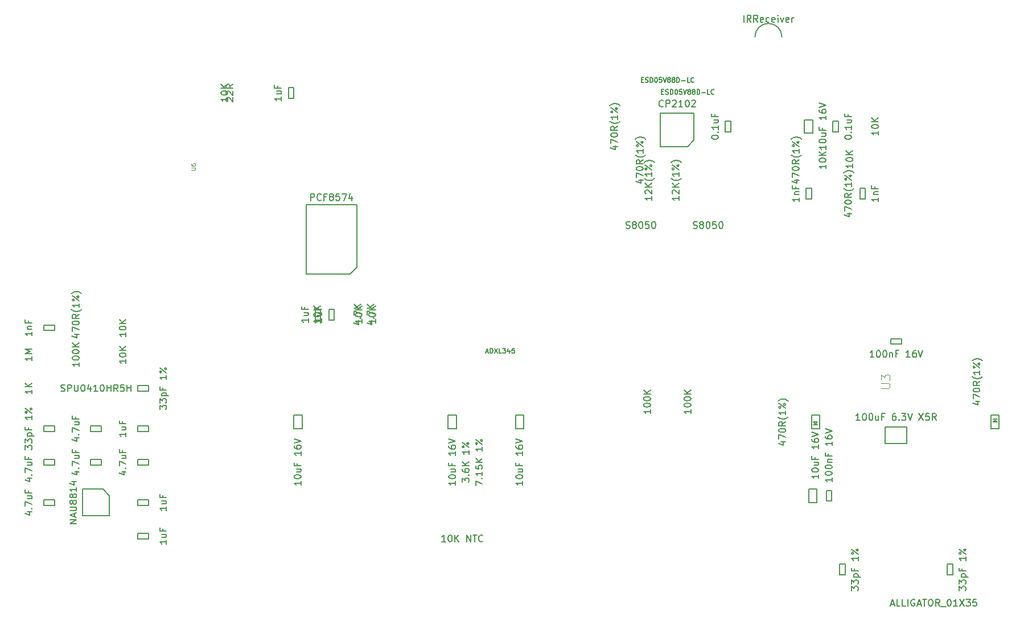
<source format=gbr>
G04 #@! TF.FileFunction,Other,Fab,Top*
%FSLAX46Y46*%
G04 Gerber Fmt 4.6, Leading zero omitted, Abs format (unit mm)*
G04 Created by KiCad (PCBNEW 4.0.4+e1-6308~48~ubuntu16.04.1-stable) date Tue Nov 15 10:08:49 2016*
%MOMM*%
%LPD*%
G01*
G04 APERTURE LIST*
%ADD10C,0.500000*%
%ADD11C,0.150000*%
%ADD12C,0.100000*%
%ADD13C,0.101600*%
G04 APERTURE END LIST*
D10*
D11*
X125400000Y80200000D02*
X124600000Y80200000D01*
X125400000Y81800000D02*
X125400000Y80200000D01*
X124600000Y81800000D02*
X125400000Y81800000D01*
X124600000Y80200000D02*
X124600000Y81800000D01*
X108600000Y81800000D02*
X109400000Y81800000D01*
X108600000Y80200000D02*
X108600000Y81800000D01*
X109400000Y80200000D02*
X108600000Y80200000D01*
X109400000Y81800000D02*
X109400000Y80200000D01*
X7200000Y50600000D02*
X7200000Y51400000D01*
X8800000Y50600000D02*
X7200000Y50600000D01*
X8800000Y51400000D02*
X8800000Y50600000D01*
X7200000Y51400000D02*
X8800000Y51400000D01*
X129400000Y70200000D02*
X128600000Y70200000D01*
X129400000Y71800000D02*
X129400000Y70200000D01*
X128600000Y71800000D02*
X129400000Y71800000D01*
X128600000Y70200000D02*
X128600000Y71800000D01*
X120600000Y71800000D02*
X121400000Y71800000D01*
X120600000Y70200000D02*
X120600000Y71800000D01*
X121400000Y70200000D02*
X120600000Y70200000D01*
X121400000Y71800000D02*
X121400000Y70200000D01*
X43600000Y86800000D02*
X44400000Y86800000D01*
X43600000Y85200000D02*
X43600000Y86800000D01*
X44400000Y85200000D02*
X43600000Y85200000D01*
X44400000Y86800000D02*
X44400000Y85200000D01*
X102950000Y78000000D02*
X98950000Y78000000D01*
X98950000Y78000000D02*
X98950000Y83000000D01*
X98950000Y83000000D02*
X103950000Y83000000D01*
X103950000Y83000000D02*
X103950000Y79000000D01*
X103950000Y79000000D02*
X102950000Y78000000D01*
X121700000Y36600000D02*
X122300000Y36600000D01*
X122000000Y36700000D02*
X121700000Y37000000D01*
X122300000Y37000000D02*
X122000000Y36700000D01*
X121700000Y37000000D02*
X122300000Y37000000D01*
X121400000Y38000000D02*
X121400000Y36000000D01*
X122600000Y38000000D02*
X121400000Y38000000D01*
X122600000Y36000000D02*
X122600000Y38000000D01*
X121400000Y36000000D02*
X122600000Y36000000D01*
X49600000Y53800000D02*
X50400000Y53800000D01*
X49600000Y52200000D02*
X49600000Y53800000D01*
X50400000Y52200000D02*
X49600000Y52200000D01*
X50400000Y53800000D02*
X50400000Y52200000D01*
X47600000Y53800000D02*
X48400000Y53800000D01*
X47600000Y52200000D02*
X47600000Y53800000D01*
X48400000Y52200000D02*
X47600000Y52200000D01*
X48400000Y53800000D02*
X48400000Y52200000D01*
X124400000Y25200000D02*
X123600000Y25200000D01*
X124400000Y26800000D02*
X124400000Y25200000D01*
X123600000Y26800000D02*
X124400000Y26800000D01*
X123600000Y25200000D02*
X123600000Y26800000D01*
X149025000Y37400000D02*
X148425000Y37400000D01*
X148725000Y37300000D02*
X149025000Y37000000D01*
X148425000Y37000000D02*
X148725000Y37300000D01*
X149025000Y37000000D02*
X148425000Y37000000D01*
X149325000Y36000000D02*
X149325000Y38000000D01*
X148125000Y36000000D02*
X149325000Y36000000D01*
X148125000Y38000000D02*
X148125000Y36000000D01*
X149325000Y38000000D02*
X148125000Y38000000D01*
X135600000Y36250000D02*
X135600000Y33750000D01*
X132400000Y36250000D02*
X135600000Y36250000D01*
X132400000Y33750000D02*
X132400000Y36250000D01*
X135600000Y33750000D02*
X132400000Y33750000D01*
X133200000Y48600000D02*
X133200000Y49400000D01*
X134800000Y48600000D02*
X133200000Y48600000D01*
X134800000Y49400000D02*
X134800000Y48600000D01*
X133200000Y49400000D02*
X134800000Y49400000D01*
X52750000Y59025000D02*
X46250000Y59025000D01*
X46250000Y59025000D02*
X46250000Y69325000D01*
X46250000Y69325000D02*
X53750000Y69325000D01*
X53750000Y69325000D02*
X53750000Y60025000D01*
X53750000Y60025000D02*
X52750000Y59025000D01*
X21200000Y24600000D02*
X21200000Y25400000D01*
X22800000Y24600000D02*
X21200000Y24600000D01*
X22800000Y25400000D02*
X22800000Y24600000D01*
X21200000Y25400000D02*
X22800000Y25400000D01*
X14200000Y30600000D02*
X14200000Y31400000D01*
X15800000Y30600000D02*
X14200000Y30600000D01*
X15800000Y31400000D02*
X15800000Y30600000D01*
X14200000Y31400000D02*
X15800000Y31400000D01*
X8800000Y25400000D02*
X8800000Y24600000D01*
X7200000Y25400000D02*
X8800000Y25400000D01*
X7200000Y24600000D02*
X7200000Y25400000D01*
X8800000Y24600000D02*
X7200000Y24600000D01*
X8800000Y31400000D02*
X8800000Y30600000D01*
X7200000Y31400000D02*
X8800000Y31400000D01*
X7200000Y30600000D02*
X7200000Y31400000D01*
X8800000Y30600000D02*
X7200000Y30600000D01*
X126400000Y14200000D02*
X125600000Y14200000D01*
X126400000Y15800000D02*
X126400000Y14200000D01*
X125600000Y15800000D02*
X126400000Y15800000D01*
X125600000Y14200000D02*
X125600000Y15800000D01*
X142400000Y14200000D02*
X141600000Y14200000D01*
X142400000Y15800000D02*
X142400000Y14200000D01*
X141600000Y15800000D02*
X142400000Y15800000D01*
X141600000Y14200000D02*
X141600000Y15800000D01*
X22800000Y20400000D02*
X22800000Y19600000D01*
X21200000Y20400000D02*
X22800000Y20400000D01*
X21200000Y19600000D02*
X21200000Y20400000D01*
X22800000Y19600000D02*
X21200000Y19600000D01*
X22800000Y31400000D02*
X22800000Y30600000D01*
X21200000Y31400000D02*
X22800000Y31400000D01*
X21200000Y30600000D02*
X21200000Y31400000D01*
X22800000Y30600000D02*
X21200000Y30600000D01*
X15800000Y36400000D02*
X15800000Y35600000D01*
X14200000Y36400000D02*
X15800000Y36400000D01*
X14200000Y35600000D02*
X14200000Y36400000D01*
X15800000Y35600000D02*
X14200000Y35600000D01*
X7200000Y35600000D02*
X7200000Y36400000D01*
X8800000Y35600000D02*
X7200000Y35600000D01*
X8800000Y36400000D02*
X8800000Y35600000D01*
X7200000Y36400000D02*
X8800000Y36400000D01*
X21200000Y41600000D02*
X21200000Y42400000D01*
X22800000Y41600000D02*
X21200000Y41600000D01*
X22800000Y42400000D02*
X22800000Y41600000D01*
X21200000Y42400000D02*
X22800000Y42400000D01*
X21200000Y35600000D02*
X21200000Y36400000D01*
X22800000Y35600000D02*
X21200000Y35600000D01*
X22800000Y36400000D02*
X22800000Y35600000D01*
X21200000Y36400000D02*
X22800000Y36400000D01*
X121625000Y80000000D02*
X120375000Y80000000D01*
X121625000Y82000000D02*
X121625000Y80000000D01*
X120375000Y82000000D02*
X121625000Y82000000D01*
X120375000Y80000000D02*
X120375000Y82000000D01*
X77375000Y38000000D02*
X78625000Y38000000D01*
X77375000Y36000000D02*
X77375000Y38000000D01*
X78625000Y36000000D02*
X77375000Y36000000D01*
X78625000Y38000000D02*
X78625000Y36000000D01*
X67375000Y38000000D02*
X68625000Y38000000D01*
X67375000Y36000000D02*
X67375000Y38000000D01*
X68625000Y36000000D02*
X67375000Y36000000D01*
X68625000Y38000000D02*
X68625000Y36000000D01*
X122225000Y25000000D02*
X120975000Y25000000D01*
X122225000Y27000000D02*
X122225000Y25000000D01*
X120975000Y27000000D02*
X122225000Y27000000D01*
X120975000Y25000000D02*
X120975000Y27000000D01*
X45625000Y36000000D02*
X44375000Y36000000D01*
X45625000Y38000000D02*
X45625000Y36000000D01*
X44375000Y38000000D02*
X45625000Y38000000D01*
X44375000Y36000000D02*
X44375000Y38000000D01*
X17000000Y26000000D02*
X17000000Y23000000D01*
X17000000Y23000000D02*
X13000000Y23000000D01*
X13000000Y23000000D02*
X13000000Y27000000D01*
X13000000Y27000000D02*
X16000000Y27000000D01*
X16000000Y27000000D02*
X17000000Y26000000D01*
X117000000Y94350000D02*
G75*
G03X115000000Y96350000I-2000000J0D01*
G01*
X113000000Y94350000D02*
G75*
G02X115000000Y96350000I2000000J0D01*
G01*
X126352381Y79357143D02*
X126352381Y79452382D01*
X126400000Y79547620D01*
X126447619Y79595239D01*
X126542857Y79642858D01*
X126733333Y79690477D01*
X126971429Y79690477D01*
X127161905Y79642858D01*
X127257143Y79595239D01*
X127304762Y79547620D01*
X127352381Y79452382D01*
X127352381Y79357143D01*
X127304762Y79261905D01*
X127257143Y79214286D01*
X127161905Y79166667D01*
X126971429Y79119048D01*
X126733333Y79119048D01*
X126542857Y79166667D01*
X126447619Y79214286D01*
X126400000Y79261905D01*
X126352381Y79357143D01*
X127257143Y80119048D02*
X127304762Y80166667D01*
X127352381Y80119048D01*
X127304762Y80071429D01*
X127257143Y80119048D01*
X127352381Y80119048D01*
X127352381Y81119048D02*
X127352381Y80547619D01*
X127352381Y80833333D02*
X126352381Y80833333D01*
X126495238Y80738095D01*
X126590476Y80642857D01*
X126638095Y80547619D01*
X126685714Y81976191D02*
X127352381Y81976191D01*
X126685714Y81547619D02*
X127209524Y81547619D01*
X127304762Y81595238D01*
X127352381Y81690476D01*
X127352381Y81833334D01*
X127304762Y81928572D01*
X127257143Y81976191D01*
X126828571Y82785715D02*
X126828571Y82452381D01*
X127352381Y82452381D02*
X126352381Y82452381D01*
X126352381Y82928572D01*
X106552381Y79357143D02*
X106552381Y79452382D01*
X106600000Y79547620D01*
X106647619Y79595239D01*
X106742857Y79642858D01*
X106933333Y79690477D01*
X107171429Y79690477D01*
X107361905Y79642858D01*
X107457143Y79595239D01*
X107504762Y79547620D01*
X107552381Y79452382D01*
X107552381Y79357143D01*
X107504762Y79261905D01*
X107457143Y79214286D01*
X107361905Y79166667D01*
X107171429Y79119048D01*
X106933333Y79119048D01*
X106742857Y79166667D01*
X106647619Y79214286D01*
X106600000Y79261905D01*
X106552381Y79357143D01*
X107457143Y80119048D02*
X107504762Y80166667D01*
X107552381Y80119048D01*
X107504762Y80071429D01*
X107457143Y80119048D01*
X107552381Y80119048D01*
X107552381Y81119048D02*
X107552381Y80547619D01*
X107552381Y80833333D02*
X106552381Y80833333D01*
X106695238Y80738095D01*
X106790476Y80642857D01*
X106838095Y80547619D01*
X106885714Y81976191D02*
X107552381Y81976191D01*
X106885714Y81547619D02*
X107409524Y81547619D01*
X107504762Y81595238D01*
X107552381Y81690476D01*
X107552381Y81833334D01*
X107504762Y81928572D01*
X107457143Y81976191D01*
X107028571Y82785715D02*
X107028571Y82452381D01*
X107552381Y82452381D02*
X106552381Y82452381D01*
X106552381Y82928572D01*
X5452381Y50404762D02*
X5452381Y49833333D01*
X5452381Y50119047D02*
X4452381Y50119047D01*
X4595238Y50023809D01*
X4690476Y49928571D01*
X4738095Y49833333D01*
X4785714Y50833333D02*
X5452381Y50833333D01*
X4880952Y50833333D02*
X4833333Y50880952D01*
X4785714Y50976190D01*
X4785714Y51119048D01*
X4833333Y51214286D01*
X4928571Y51261905D01*
X5452381Y51261905D01*
X4928571Y52071429D02*
X4928571Y51738095D01*
X5452381Y51738095D02*
X4452381Y51738095D01*
X4452381Y52214286D01*
X131352381Y70404762D02*
X131352381Y69833333D01*
X131352381Y70119047D02*
X130352381Y70119047D01*
X130495238Y70023809D01*
X130590476Y69928571D01*
X130638095Y69833333D01*
X130685714Y70833333D02*
X131352381Y70833333D01*
X130780952Y70833333D02*
X130733333Y70880952D01*
X130685714Y70976190D01*
X130685714Y71119048D01*
X130733333Y71214286D01*
X130828571Y71261905D01*
X131352381Y71261905D01*
X130828571Y72071429D02*
X130828571Y71738095D01*
X131352381Y71738095D02*
X130352381Y71738095D01*
X130352381Y72214286D01*
X119552381Y70404762D02*
X119552381Y69833333D01*
X119552381Y70119047D02*
X118552381Y70119047D01*
X118695238Y70023809D01*
X118790476Y69928571D01*
X118838095Y69833333D01*
X118885714Y70833333D02*
X119552381Y70833333D01*
X118980952Y70833333D02*
X118933333Y70880952D01*
X118885714Y70976190D01*
X118885714Y71119048D01*
X118933333Y71214286D01*
X119028571Y71261905D01*
X119552381Y71261905D01*
X119028571Y72071429D02*
X119028571Y71738095D01*
X119552381Y71738095D02*
X118552381Y71738095D01*
X118552381Y72214286D01*
X42552381Y85404762D02*
X42552381Y84833333D01*
X42552381Y85119047D02*
X41552381Y85119047D01*
X41695238Y85023809D01*
X41790476Y84928571D01*
X41838095Y84833333D01*
X41885714Y86261905D02*
X42552381Y86261905D01*
X41885714Y85833333D02*
X42409524Y85833333D01*
X42504762Y85880952D01*
X42552381Y85976190D01*
X42552381Y86119048D01*
X42504762Y86214286D01*
X42457143Y86261905D01*
X42028571Y87071429D02*
X42028571Y86738095D01*
X42552381Y86738095D02*
X41552381Y86738095D01*
X41552381Y87214286D01*
X101671381Y70595238D02*
X101671381Y70023809D01*
X101671381Y70309523D02*
X100671381Y70309523D01*
X100814238Y70214285D01*
X100909476Y70119047D01*
X100957095Y70023809D01*
X100766619Y70976190D02*
X100719000Y71023809D01*
X100671381Y71119047D01*
X100671381Y71357143D01*
X100719000Y71452381D01*
X100766619Y71500000D01*
X100861857Y71547619D01*
X100957095Y71547619D01*
X101099952Y71500000D01*
X101671381Y70928571D01*
X101671381Y71547619D01*
X101671381Y71976190D02*
X100671381Y71976190D01*
X101671381Y72547619D02*
X101099952Y72119047D01*
X100671381Y72547619D02*
X101242810Y71976190D01*
X102052333Y73261905D02*
X102004714Y73214285D01*
X101861857Y73119047D01*
X101766619Y73071428D01*
X101623762Y73023809D01*
X101385667Y72976190D01*
X101195190Y72976190D01*
X100957095Y73023809D01*
X100814238Y73071428D01*
X100719000Y73119047D01*
X100576143Y73214285D01*
X100528524Y73261905D01*
X101671381Y74166667D02*
X101671381Y73595238D01*
X101671381Y73880952D02*
X100671381Y73880952D01*
X100814238Y73785714D01*
X100909476Y73690476D01*
X100957095Y73595238D01*
X101671381Y74547619D02*
X100671381Y75309524D01*
X100671381Y74690476D02*
X100719000Y74785714D01*
X100814238Y74833333D01*
X100909476Y74785714D01*
X100957095Y74690476D01*
X100909476Y74595238D01*
X100814238Y74547619D01*
X100719000Y74595238D01*
X100671381Y74690476D01*
X101623762Y75261905D02*
X101528524Y75309524D01*
X101433286Y75261905D01*
X101385667Y75166667D01*
X101433286Y75071429D01*
X101528524Y75023810D01*
X101623762Y75071429D01*
X101671381Y75166667D01*
X101623762Y75261905D01*
X102052333Y75642857D02*
X102004714Y75690476D01*
X101861857Y75785714D01*
X101766619Y75833333D01*
X101623762Y75880952D01*
X101385667Y75928571D01*
X101195190Y75928571D01*
X100957095Y75880952D01*
X100814238Y75833333D01*
X100719000Y75785714D01*
X100576143Y75690476D01*
X100528524Y75642857D01*
X97671381Y70595238D02*
X97671381Y70023809D01*
X97671381Y70309523D02*
X96671381Y70309523D01*
X96814238Y70214285D01*
X96909476Y70119047D01*
X96957095Y70023809D01*
X96766619Y70976190D02*
X96719000Y71023809D01*
X96671381Y71119047D01*
X96671381Y71357143D01*
X96719000Y71452381D01*
X96766619Y71500000D01*
X96861857Y71547619D01*
X96957095Y71547619D01*
X97099952Y71500000D01*
X97671381Y70928571D01*
X97671381Y71547619D01*
X97671381Y71976190D02*
X96671381Y71976190D01*
X97671381Y72547619D02*
X97099952Y72119047D01*
X96671381Y72547619D02*
X97242810Y71976190D01*
X98052333Y73261905D02*
X98004714Y73214285D01*
X97861857Y73119047D01*
X97766619Y73071428D01*
X97623762Y73023809D01*
X97385667Y72976190D01*
X97195190Y72976190D01*
X96957095Y73023809D01*
X96814238Y73071428D01*
X96719000Y73119047D01*
X96576143Y73214285D01*
X96528524Y73261905D01*
X97671381Y74166667D02*
X97671381Y73595238D01*
X97671381Y73880952D02*
X96671381Y73880952D01*
X96814238Y73785714D01*
X96909476Y73690476D01*
X96957095Y73595238D01*
X97671381Y74547619D02*
X96671381Y75309524D01*
X96671381Y74690476D02*
X96719000Y74785714D01*
X96814238Y74833333D01*
X96909476Y74785714D01*
X96957095Y74690476D01*
X96909476Y74595238D01*
X96814238Y74547619D01*
X96719000Y74595238D01*
X96671381Y74690476D01*
X97623762Y75261905D02*
X97528524Y75309524D01*
X97433286Y75261905D01*
X97385667Y75166667D01*
X97433286Y75071429D01*
X97528524Y75023810D01*
X97623762Y75071429D01*
X97671381Y75166667D01*
X97623762Y75261905D01*
X98052333Y75642857D02*
X98004714Y75690476D01*
X97861857Y75785714D01*
X97766619Y75833333D01*
X97623762Y75880952D01*
X97385667Y75928571D01*
X97195190Y75928571D01*
X96957095Y75880952D01*
X96814238Y75833333D01*
X96719000Y75785714D01*
X96576143Y75690476D01*
X96528524Y75642857D01*
X5452381Y46714286D02*
X5452381Y46142857D01*
X5452381Y46428571D02*
X4452381Y46428571D01*
X4595238Y46333333D01*
X4690476Y46238095D01*
X4738095Y46142857D01*
X5452381Y47142857D02*
X4452381Y47142857D01*
X5166667Y47476191D01*
X4452381Y47809524D01*
X5452381Y47809524D01*
X12452381Y45833334D02*
X12452381Y45261905D01*
X12452381Y45547619D02*
X11452381Y45547619D01*
X11595238Y45452381D01*
X11690476Y45357143D01*
X11738095Y45261905D01*
X11452381Y46452381D02*
X11452381Y46547620D01*
X11500000Y46642858D01*
X11547619Y46690477D01*
X11642857Y46738096D01*
X11833333Y46785715D01*
X12071429Y46785715D01*
X12261905Y46738096D01*
X12357143Y46690477D01*
X12404762Y46642858D01*
X12452381Y46547620D01*
X12452381Y46452381D01*
X12404762Y46357143D01*
X12357143Y46309524D01*
X12261905Y46261905D01*
X12071429Y46214286D01*
X11833333Y46214286D01*
X11642857Y46261905D01*
X11547619Y46309524D01*
X11500000Y46357143D01*
X11452381Y46452381D01*
X11452381Y47404762D02*
X11452381Y47500001D01*
X11500000Y47595239D01*
X11547619Y47642858D01*
X11642857Y47690477D01*
X11833333Y47738096D01*
X12071429Y47738096D01*
X12261905Y47690477D01*
X12357143Y47642858D01*
X12404762Y47595239D01*
X12452381Y47500001D01*
X12452381Y47404762D01*
X12404762Y47309524D01*
X12357143Y47261905D01*
X12261905Y47214286D01*
X12071429Y47166667D01*
X11833333Y47166667D01*
X11642857Y47214286D01*
X11547619Y47261905D01*
X11500000Y47309524D01*
X11452381Y47404762D01*
X12452381Y48166667D02*
X11452381Y48166667D01*
X12452381Y48738096D02*
X11880952Y48309524D01*
X11452381Y48738096D02*
X12023810Y48166667D01*
X91885714Y78023810D02*
X92552381Y78023810D01*
X91504762Y77785714D02*
X92219048Y77547619D01*
X92219048Y78166667D01*
X91552381Y78452381D02*
X91552381Y79119048D01*
X92552381Y78690476D01*
X91552381Y79690476D02*
X91552381Y79785715D01*
X91600000Y79880953D01*
X91647619Y79928572D01*
X91742857Y79976191D01*
X91933333Y80023810D01*
X92171429Y80023810D01*
X92361905Y79976191D01*
X92457143Y79928572D01*
X92504762Y79880953D01*
X92552381Y79785715D01*
X92552381Y79690476D01*
X92504762Y79595238D01*
X92457143Y79547619D01*
X92361905Y79500000D01*
X92171429Y79452381D01*
X91933333Y79452381D01*
X91742857Y79500000D01*
X91647619Y79547619D01*
X91600000Y79595238D01*
X91552381Y79690476D01*
X92552381Y81023810D02*
X92076190Y80690476D01*
X92552381Y80452381D02*
X91552381Y80452381D01*
X91552381Y80833334D01*
X91600000Y80928572D01*
X91647619Y80976191D01*
X91742857Y81023810D01*
X91885714Y81023810D01*
X91980952Y80976191D01*
X92028571Y80928572D01*
X92076190Y80833334D01*
X92076190Y80452381D01*
X92933333Y81738096D02*
X92885714Y81690476D01*
X92742857Y81595238D01*
X92647619Y81547619D01*
X92504762Y81500000D01*
X92266667Y81452381D01*
X92076190Y81452381D01*
X91838095Y81500000D01*
X91695238Y81547619D01*
X91600000Y81595238D01*
X91457143Y81690476D01*
X91409524Y81738096D01*
X92552381Y82642858D02*
X92552381Y82071429D01*
X92552381Y82357143D02*
X91552381Y82357143D01*
X91695238Y82261905D01*
X91790476Y82166667D01*
X91838095Y82071429D01*
X92552381Y83023810D02*
X91552381Y83785715D01*
X91552381Y83166667D02*
X91600000Y83261905D01*
X91695238Y83309524D01*
X91790476Y83261905D01*
X91838095Y83166667D01*
X91790476Y83071429D01*
X91695238Y83023810D01*
X91600000Y83071429D01*
X91552381Y83166667D01*
X92504762Y83738096D02*
X92409524Y83785715D01*
X92314286Y83738096D01*
X92266667Y83642858D01*
X92314286Y83547620D01*
X92409524Y83500001D01*
X92504762Y83547620D01*
X92552381Y83642858D01*
X92504762Y83738096D01*
X92933333Y84119048D02*
X92885714Y84166667D01*
X92742857Y84261905D01*
X92647619Y84309524D01*
X92504762Y84357143D01*
X92266667Y84404762D01*
X92076190Y84404762D01*
X91838095Y84357143D01*
X91695238Y84309524D01*
X91600000Y84261905D01*
X91457143Y84166667D01*
X91409524Y84119048D01*
X56552381Y52309524D02*
X56552381Y51738095D01*
X56552381Y52023809D02*
X55552381Y52023809D01*
X55695238Y51928571D01*
X55790476Y51833333D01*
X55838095Y51738095D01*
X55552381Y52928571D02*
X55552381Y53023810D01*
X55600000Y53119048D01*
X55647619Y53166667D01*
X55742857Y53214286D01*
X55933333Y53261905D01*
X56171429Y53261905D01*
X56361905Y53214286D01*
X56457143Y53166667D01*
X56504762Y53119048D01*
X56552381Y53023810D01*
X56552381Y52928571D01*
X56504762Y52833333D01*
X56457143Y52785714D01*
X56361905Y52738095D01*
X56171429Y52690476D01*
X55933333Y52690476D01*
X55742857Y52738095D01*
X55647619Y52785714D01*
X55600000Y52833333D01*
X55552381Y52928571D01*
X56552381Y53690476D02*
X55552381Y53690476D01*
X56552381Y54261905D02*
X55980952Y53833333D01*
X55552381Y54261905D02*
X56123810Y53690476D01*
X11785714Y50023810D02*
X12452381Y50023810D01*
X11404762Y49785714D02*
X12119048Y49547619D01*
X12119048Y50166667D01*
X11452381Y50452381D02*
X11452381Y51119048D01*
X12452381Y50690476D01*
X11452381Y51690476D02*
X11452381Y51785715D01*
X11500000Y51880953D01*
X11547619Y51928572D01*
X11642857Y51976191D01*
X11833333Y52023810D01*
X12071429Y52023810D01*
X12261905Y51976191D01*
X12357143Y51928572D01*
X12404762Y51880953D01*
X12452381Y51785715D01*
X12452381Y51690476D01*
X12404762Y51595238D01*
X12357143Y51547619D01*
X12261905Y51500000D01*
X12071429Y51452381D01*
X11833333Y51452381D01*
X11642857Y51500000D01*
X11547619Y51547619D01*
X11500000Y51595238D01*
X11452381Y51690476D01*
X12452381Y53023810D02*
X11976190Y52690476D01*
X12452381Y52452381D02*
X11452381Y52452381D01*
X11452381Y52833334D01*
X11500000Y52928572D01*
X11547619Y52976191D01*
X11642857Y53023810D01*
X11785714Y53023810D01*
X11880952Y52976191D01*
X11928571Y52928572D01*
X11976190Y52833334D01*
X11976190Y52452381D01*
X12833333Y53738096D02*
X12785714Y53690476D01*
X12642857Y53595238D01*
X12547619Y53547619D01*
X12404762Y53500000D01*
X12166667Y53452381D01*
X11976190Y53452381D01*
X11738095Y53500000D01*
X11595238Y53547619D01*
X11500000Y53595238D01*
X11357143Y53690476D01*
X11309524Y53738096D01*
X12452381Y54642858D02*
X12452381Y54071429D01*
X12452381Y54357143D02*
X11452381Y54357143D01*
X11595238Y54261905D01*
X11690476Y54166667D01*
X11738095Y54071429D01*
X12452381Y55023810D02*
X11452381Y55785715D01*
X11452381Y55166667D02*
X11500000Y55261905D01*
X11595238Y55309524D01*
X11690476Y55261905D01*
X11738095Y55166667D01*
X11690476Y55071429D01*
X11595238Y55023810D01*
X11500000Y55071429D01*
X11452381Y55166667D01*
X12404762Y55738096D02*
X12309524Y55785715D01*
X12214286Y55738096D01*
X12166667Y55642858D01*
X12214286Y55547620D01*
X12309524Y55500001D01*
X12404762Y55547620D01*
X12452381Y55642858D01*
X12404762Y55738096D01*
X12833333Y56119048D02*
X12785714Y56166667D01*
X12642857Y56261905D01*
X12547619Y56309524D01*
X12404762Y56357143D01*
X12166667Y56404762D01*
X11976190Y56404762D01*
X11738095Y56357143D01*
X11595238Y56309524D01*
X11500000Y56261905D01*
X11357143Y56166667D01*
X11309524Y56119048D01*
X123552381Y75309524D02*
X123552381Y74738095D01*
X123552381Y75023809D02*
X122552381Y75023809D01*
X122695238Y74928571D01*
X122790476Y74833333D01*
X122838095Y74738095D01*
X122552381Y75928571D02*
X122552381Y76023810D01*
X122600000Y76119048D01*
X122647619Y76166667D01*
X122742857Y76214286D01*
X122933333Y76261905D01*
X123171429Y76261905D01*
X123361905Y76214286D01*
X123457143Y76166667D01*
X123504762Y76119048D01*
X123552381Y76023810D01*
X123552381Y75928571D01*
X123504762Y75833333D01*
X123457143Y75785714D01*
X123361905Y75738095D01*
X123171429Y75690476D01*
X122933333Y75690476D01*
X122742857Y75738095D01*
X122647619Y75785714D01*
X122600000Y75833333D01*
X122552381Y75928571D01*
X123552381Y76690476D02*
X122552381Y76690476D01*
X123552381Y77261905D02*
X122980952Y76833333D01*
X122552381Y77261905D02*
X123123810Y76690476D01*
X127552381Y75409524D02*
X127552381Y74838095D01*
X127552381Y75123809D02*
X126552381Y75123809D01*
X126695238Y75028571D01*
X126790476Y74933333D01*
X126838095Y74838095D01*
X126552381Y76028571D02*
X126552381Y76123810D01*
X126600000Y76219048D01*
X126647619Y76266667D01*
X126742857Y76314286D01*
X126933333Y76361905D01*
X127171429Y76361905D01*
X127361905Y76314286D01*
X127457143Y76266667D01*
X127504762Y76219048D01*
X127552381Y76123810D01*
X127552381Y76028571D01*
X127504762Y75933333D01*
X127457143Y75885714D01*
X127361905Y75838095D01*
X127171429Y75790476D01*
X126933333Y75790476D01*
X126742857Y75838095D01*
X126647619Y75885714D01*
X126600000Y75933333D01*
X126552381Y76028571D01*
X127552381Y76790476D02*
X126552381Y76790476D01*
X127552381Y77361905D02*
X126980952Y76933333D01*
X126552381Y77361905D02*
X127123810Y76790476D01*
X131352381Y80309524D02*
X131352381Y79738095D01*
X131352381Y80023809D02*
X130352381Y80023809D01*
X130495238Y79928571D01*
X130590476Y79833333D01*
X130638095Y79738095D01*
X130352381Y80928571D02*
X130352381Y81023810D01*
X130400000Y81119048D01*
X130447619Y81166667D01*
X130542857Y81214286D01*
X130733333Y81261905D01*
X130971429Y81261905D01*
X131161905Y81214286D01*
X131257143Y81166667D01*
X131304762Y81119048D01*
X131352381Y81023810D01*
X131352381Y80928571D01*
X131304762Y80833333D01*
X131257143Y80785714D01*
X131161905Y80738095D01*
X130971429Y80690476D01*
X130733333Y80690476D01*
X130542857Y80738095D01*
X130447619Y80785714D01*
X130400000Y80833333D01*
X130352381Y80928571D01*
X131352381Y81690476D02*
X130352381Y81690476D01*
X131352381Y82261905D02*
X130780952Y81833333D01*
X130352381Y82261905D02*
X130923810Y81690476D01*
X126685714Y68023810D02*
X127352381Y68023810D01*
X126304762Y67785714D02*
X127019048Y67547619D01*
X127019048Y68166667D01*
X126352381Y68452381D02*
X126352381Y69119048D01*
X127352381Y68690476D01*
X126352381Y69690476D02*
X126352381Y69785715D01*
X126400000Y69880953D01*
X126447619Y69928572D01*
X126542857Y69976191D01*
X126733333Y70023810D01*
X126971429Y70023810D01*
X127161905Y69976191D01*
X127257143Y69928572D01*
X127304762Y69880953D01*
X127352381Y69785715D01*
X127352381Y69690476D01*
X127304762Y69595238D01*
X127257143Y69547619D01*
X127161905Y69500000D01*
X126971429Y69452381D01*
X126733333Y69452381D01*
X126542857Y69500000D01*
X126447619Y69547619D01*
X126400000Y69595238D01*
X126352381Y69690476D01*
X127352381Y71023810D02*
X126876190Y70690476D01*
X127352381Y70452381D02*
X126352381Y70452381D01*
X126352381Y70833334D01*
X126400000Y70928572D01*
X126447619Y70976191D01*
X126542857Y71023810D01*
X126685714Y71023810D01*
X126780952Y70976191D01*
X126828571Y70928572D01*
X126876190Y70833334D01*
X126876190Y70452381D01*
X127733333Y71738096D02*
X127685714Y71690476D01*
X127542857Y71595238D01*
X127447619Y71547619D01*
X127304762Y71500000D01*
X127066667Y71452381D01*
X126876190Y71452381D01*
X126638095Y71500000D01*
X126495238Y71547619D01*
X126400000Y71595238D01*
X126257143Y71690476D01*
X126209524Y71738096D01*
X127352381Y72642858D02*
X127352381Y72071429D01*
X127352381Y72357143D02*
X126352381Y72357143D01*
X126495238Y72261905D01*
X126590476Y72166667D01*
X126638095Y72071429D01*
X127352381Y73023810D02*
X126352381Y73785715D01*
X126352381Y73166667D02*
X126400000Y73261905D01*
X126495238Y73309524D01*
X126590476Y73261905D01*
X126638095Y73166667D01*
X126590476Y73071429D01*
X126495238Y73023810D01*
X126400000Y73071429D01*
X126352381Y73166667D01*
X127304762Y73738096D02*
X127209524Y73785715D01*
X127114286Y73738096D01*
X127066667Y73642858D01*
X127114286Y73547620D01*
X127209524Y73500001D01*
X127304762Y73547620D01*
X127352381Y73642858D01*
X127304762Y73738096D01*
X127733333Y74119048D02*
X127685714Y74166667D01*
X127542857Y74261905D01*
X127447619Y74309524D01*
X127304762Y74357143D01*
X127066667Y74404762D01*
X126876190Y74404762D01*
X126638095Y74357143D01*
X126495238Y74309524D01*
X126400000Y74261905D01*
X126257143Y74166667D01*
X126209524Y74119048D01*
X95685714Y73023810D02*
X96352381Y73023810D01*
X95304762Y72785714D02*
X96019048Y72547619D01*
X96019048Y73166667D01*
X95352381Y73452381D02*
X95352381Y74119048D01*
X96352381Y73690476D01*
X95352381Y74690476D02*
X95352381Y74785715D01*
X95400000Y74880953D01*
X95447619Y74928572D01*
X95542857Y74976191D01*
X95733333Y75023810D01*
X95971429Y75023810D01*
X96161905Y74976191D01*
X96257143Y74928572D01*
X96304762Y74880953D01*
X96352381Y74785715D01*
X96352381Y74690476D01*
X96304762Y74595238D01*
X96257143Y74547619D01*
X96161905Y74500000D01*
X95971429Y74452381D01*
X95733333Y74452381D01*
X95542857Y74500000D01*
X95447619Y74547619D01*
X95400000Y74595238D01*
X95352381Y74690476D01*
X96352381Y76023810D02*
X95876190Y75690476D01*
X96352381Y75452381D02*
X95352381Y75452381D01*
X95352381Y75833334D01*
X95400000Y75928572D01*
X95447619Y75976191D01*
X95542857Y76023810D01*
X95685714Y76023810D01*
X95780952Y75976191D01*
X95828571Y75928572D01*
X95876190Y75833334D01*
X95876190Y75452381D01*
X96733333Y76738096D02*
X96685714Y76690476D01*
X96542857Y76595238D01*
X96447619Y76547619D01*
X96304762Y76500000D01*
X96066667Y76452381D01*
X95876190Y76452381D01*
X95638095Y76500000D01*
X95495238Y76547619D01*
X95400000Y76595238D01*
X95257143Y76690476D01*
X95209524Y76738096D01*
X96352381Y77642858D02*
X96352381Y77071429D01*
X96352381Y77357143D02*
X95352381Y77357143D01*
X95495238Y77261905D01*
X95590476Y77166667D01*
X95638095Y77071429D01*
X96352381Y78023810D02*
X95352381Y78785715D01*
X95352381Y78166667D02*
X95400000Y78261905D01*
X95495238Y78309524D01*
X95590476Y78261905D01*
X95638095Y78166667D01*
X95590476Y78071429D01*
X95495238Y78023810D01*
X95400000Y78071429D01*
X95352381Y78166667D01*
X96304762Y78738096D02*
X96209524Y78785715D01*
X96114286Y78738096D01*
X96066667Y78642858D01*
X96114286Y78547620D01*
X96209524Y78500001D01*
X96304762Y78547620D01*
X96352381Y78642858D01*
X96304762Y78738096D01*
X96733333Y79119048D02*
X96685714Y79166667D01*
X96542857Y79261905D01*
X96447619Y79309524D01*
X96304762Y79357143D01*
X96066667Y79404762D01*
X95876190Y79404762D01*
X95638095Y79357143D01*
X95495238Y79309524D01*
X95400000Y79261905D01*
X95257143Y79166667D01*
X95209524Y79119048D01*
X118885714Y73023810D02*
X119552381Y73023810D01*
X118504762Y72785714D02*
X119219048Y72547619D01*
X119219048Y73166667D01*
X118552381Y73452381D02*
X118552381Y74119048D01*
X119552381Y73690476D01*
X118552381Y74690476D02*
X118552381Y74785715D01*
X118600000Y74880953D01*
X118647619Y74928572D01*
X118742857Y74976191D01*
X118933333Y75023810D01*
X119171429Y75023810D01*
X119361905Y74976191D01*
X119457143Y74928572D01*
X119504762Y74880953D01*
X119552381Y74785715D01*
X119552381Y74690476D01*
X119504762Y74595238D01*
X119457143Y74547619D01*
X119361905Y74500000D01*
X119171429Y74452381D01*
X118933333Y74452381D01*
X118742857Y74500000D01*
X118647619Y74547619D01*
X118600000Y74595238D01*
X118552381Y74690476D01*
X119552381Y76023810D02*
X119076190Y75690476D01*
X119552381Y75452381D02*
X118552381Y75452381D01*
X118552381Y75833334D01*
X118600000Y75928572D01*
X118647619Y75976191D01*
X118742857Y76023810D01*
X118885714Y76023810D01*
X118980952Y75976191D01*
X119028571Y75928572D01*
X119076190Y75833334D01*
X119076190Y75452381D01*
X119933333Y76738096D02*
X119885714Y76690476D01*
X119742857Y76595238D01*
X119647619Y76547619D01*
X119504762Y76500000D01*
X119266667Y76452381D01*
X119076190Y76452381D01*
X118838095Y76500000D01*
X118695238Y76547619D01*
X118600000Y76595238D01*
X118457143Y76690476D01*
X118409524Y76738096D01*
X119552381Y77642858D02*
X119552381Y77071429D01*
X119552381Y77357143D02*
X118552381Y77357143D01*
X118695238Y77261905D01*
X118790476Y77166667D01*
X118838095Y77071429D01*
X119552381Y78023810D02*
X118552381Y78785715D01*
X118552381Y78166667D02*
X118600000Y78261905D01*
X118695238Y78309524D01*
X118790476Y78261905D01*
X118838095Y78166667D01*
X118790476Y78071429D01*
X118695238Y78023810D01*
X118600000Y78071429D01*
X118552381Y78166667D01*
X119504762Y78738096D02*
X119409524Y78785715D01*
X119314286Y78738096D01*
X119266667Y78642858D01*
X119314286Y78547620D01*
X119409524Y78500001D01*
X119504762Y78547620D01*
X119552381Y78642858D01*
X119504762Y78738096D01*
X119933333Y79119048D02*
X119885714Y79166667D01*
X119742857Y79261905D01*
X119647619Y79309524D01*
X119504762Y79357143D01*
X119266667Y79404762D01*
X119076190Y79404762D01*
X118838095Y79357143D01*
X118695238Y79309524D01*
X118600000Y79261905D01*
X118457143Y79166667D01*
X118409524Y79119048D01*
X103452381Y38833334D02*
X103452381Y38261905D01*
X103452381Y38547619D02*
X102452381Y38547619D01*
X102595238Y38452381D01*
X102690476Y38357143D01*
X102738095Y38261905D01*
X102452381Y39452381D02*
X102452381Y39547620D01*
X102500000Y39642858D01*
X102547619Y39690477D01*
X102642857Y39738096D01*
X102833333Y39785715D01*
X103071429Y39785715D01*
X103261905Y39738096D01*
X103357143Y39690477D01*
X103404762Y39642858D01*
X103452381Y39547620D01*
X103452381Y39452381D01*
X103404762Y39357143D01*
X103357143Y39309524D01*
X103261905Y39261905D01*
X103071429Y39214286D01*
X102833333Y39214286D01*
X102642857Y39261905D01*
X102547619Y39309524D01*
X102500000Y39357143D01*
X102452381Y39452381D01*
X102452381Y40404762D02*
X102452381Y40500001D01*
X102500000Y40595239D01*
X102547619Y40642858D01*
X102642857Y40690477D01*
X102833333Y40738096D01*
X103071429Y40738096D01*
X103261905Y40690477D01*
X103357143Y40642858D01*
X103404762Y40595239D01*
X103452381Y40500001D01*
X103452381Y40404762D01*
X103404762Y40309524D01*
X103357143Y40261905D01*
X103261905Y40214286D01*
X103071429Y40166667D01*
X102833333Y40166667D01*
X102642857Y40214286D01*
X102547619Y40261905D01*
X102500000Y40309524D01*
X102452381Y40404762D01*
X103452381Y41166667D02*
X102452381Y41166667D01*
X103452381Y41738096D02*
X102880952Y41309524D01*
X102452381Y41738096D02*
X103023810Y41166667D01*
X97452381Y38833334D02*
X97452381Y38261905D01*
X97452381Y38547619D02*
X96452381Y38547619D01*
X96595238Y38452381D01*
X96690476Y38357143D01*
X96738095Y38261905D01*
X96452381Y39452381D02*
X96452381Y39547620D01*
X96500000Y39642858D01*
X96547619Y39690477D01*
X96642857Y39738096D01*
X96833333Y39785715D01*
X97071429Y39785715D01*
X97261905Y39738096D01*
X97357143Y39690477D01*
X97404762Y39642858D01*
X97452381Y39547620D01*
X97452381Y39452381D01*
X97404762Y39357143D01*
X97357143Y39309524D01*
X97261905Y39261905D01*
X97071429Y39214286D01*
X96833333Y39214286D01*
X96642857Y39261905D01*
X96547619Y39309524D01*
X96500000Y39357143D01*
X96452381Y39452381D01*
X96452381Y40404762D02*
X96452381Y40500001D01*
X96500000Y40595239D01*
X96547619Y40642858D01*
X96642857Y40690477D01*
X96833333Y40738096D01*
X97071429Y40738096D01*
X97261905Y40690477D01*
X97357143Y40642858D01*
X97404762Y40595239D01*
X97452381Y40500001D01*
X97452381Y40404762D01*
X97404762Y40309524D01*
X97357143Y40261905D01*
X97261905Y40214286D01*
X97071429Y40166667D01*
X96833333Y40166667D01*
X96642857Y40214286D01*
X96547619Y40261905D01*
X96500000Y40309524D01*
X96452381Y40404762D01*
X97452381Y41166667D02*
X96452381Y41166667D01*
X97452381Y41738096D02*
X96880952Y41309524D01*
X96452381Y41738096D02*
X97023810Y41166667D01*
X69452381Y28023810D02*
X69452381Y28642858D01*
X69833333Y28309524D01*
X69833333Y28452382D01*
X69880952Y28547620D01*
X69928571Y28595239D01*
X70023810Y28642858D01*
X70261905Y28642858D01*
X70357143Y28595239D01*
X70404762Y28547620D01*
X70452381Y28452382D01*
X70452381Y28166667D01*
X70404762Y28071429D01*
X70357143Y28023810D01*
X70357143Y29071429D02*
X70404762Y29119048D01*
X70452381Y29071429D01*
X70404762Y29023810D01*
X70357143Y29071429D01*
X70452381Y29071429D01*
X69452381Y29976191D02*
X69452381Y29785714D01*
X69500000Y29690476D01*
X69547619Y29642857D01*
X69690476Y29547619D01*
X69880952Y29500000D01*
X70261905Y29500000D01*
X70357143Y29547619D01*
X70404762Y29595238D01*
X70452381Y29690476D01*
X70452381Y29880953D01*
X70404762Y29976191D01*
X70357143Y30023810D01*
X70261905Y30071429D01*
X70023810Y30071429D01*
X69928571Y30023810D01*
X69880952Y29976191D01*
X69833333Y29880953D01*
X69833333Y29690476D01*
X69880952Y29595238D01*
X69928571Y29547619D01*
X70023810Y29500000D01*
X70452381Y30500000D02*
X69452381Y30500000D01*
X70452381Y31071429D02*
X69880952Y30642857D01*
X69452381Y31071429D02*
X70023810Y30500000D01*
X70452381Y32785715D02*
X70452381Y32214286D01*
X70452381Y32500000D02*
X69452381Y32500000D01*
X69595238Y32404762D01*
X69690476Y32309524D01*
X69738095Y32214286D01*
X70452381Y33166667D02*
X69452381Y33928572D01*
X69452381Y33309524D02*
X69500000Y33404762D01*
X69595238Y33452381D01*
X69690476Y33404762D01*
X69738095Y33309524D01*
X69690476Y33214286D01*
X69595238Y33166667D01*
X69500000Y33214286D01*
X69452381Y33309524D01*
X70404762Y33880953D02*
X70309524Y33928572D01*
X70214286Y33880953D01*
X70166667Y33785715D01*
X70214286Y33690477D01*
X70309524Y33642858D01*
X70404762Y33690477D01*
X70452381Y33785715D01*
X70404762Y33880953D01*
X71452381Y27547619D02*
X71452381Y28214286D01*
X72452381Y27785714D01*
X72357143Y28595238D02*
X72404762Y28642857D01*
X72452381Y28595238D01*
X72404762Y28547619D01*
X72357143Y28595238D01*
X72452381Y28595238D01*
X72452381Y29595238D02*
X72452381Y29023809D01*
X72452381Y29309523D02*
X71452381Y29309523D01*
X71595238Y29214285D01*
X71690476Y29119047D01*
X71738095Y29023809D01*
X71452381Y30500000D02*
X71452381Y30023809D01*
X71928571Y29976190D01*
X71880952Y30023809D01*
X71833333Y30119047D01*
X71833333Y30357143D01*
X71880952Y30452381D01*
X71928571Y30500000D01*
X72023810Y30547619D01*
X72261905Y30547619D01*
X72357143Y30500000D01*
X72404762Y30452381D01*
X72452381Y30357143D01*
X72452381Y30119047D01*
X72404762Y30023809D01*
X72357143Y29976190D01*
X72452381Y30976190D02*
X71452381Y30976190D01*
X72452381Y31547619D02*
X71880952Y31119047D01*
X71452381Y31547619D02*
X72023810Y30976190D01*
X72452381Y33261905D02*
X72452381Y32690476D01*
X72452381Y32976190D02*
X71452381Y32976190D01*
X71595238Y32880952D01*
X71690476Y32785714D01*
X71738095Y32690476D01*
X72452381Y33642857D02*
X71452381Y34404762D01*
X71452381Y33785714D02*
X71500000Y33880952D01*
X71595238Y33928571D01*
X71690476Y33880952D01*
X71738095Y33785714D01*
X71690476Y33690476D01*
X71595238Y33642857D01*
X71500000Y33690476D01*
X71452381Y33785714D01*
X72404762Y34357143D02*
X72309524Y34404762D01*
X72214286Y34357143D01*
X72166667Y34261905D01*
X72214286Y34166667D01*
X72309524Y34119048D01*
X72404762Y34166667D01*
X72452381Y34261905D01*
X72404762Y34357143D01*
X99354762Y84017857D02*
X99307143Y83970238D01*
X99164286Y83922619D01*
X99069048Y83922619D01*
X98926190Y83970238D01*
X98830952Y84065476D01*
X98783333Y84160714D01*
X98735714Y84351190D01*
X98735714Y84494048D01*
X98783333Y84684524D01*
X98830952Y84779762D01*
X98926190Y84875000D01*
X99069048Y84922619D01*
X99164286Y84922619D01*
X99307143Y84875000D01*
X99354762Y84827381D01*
X99783333Y83922619D02*
X99783333Y84922619D01*
X100164286Y84922619D01*
X100259524Y84875000D01*
X100307143Y84827381D01*
X100354762Y84732143D01*
X100354762Y84589286D01*
X100307143Y84494048D01*
X100259524Y84446429D01*
X100164286Y84398810D01*
X99783333Y84398810D01*
X100735714Y84827381D02*
X100783333Y84875000D01*
X100878571Y84922619D01*
X101116667Y84922619D01*
X101211905Y84875000D01*
X101259524Y84827381D01*
X101307143Y84732143D01*
X101307143Y84636905D01*
X101259524Y84494048D01*
X100688095Y83922619D01*
X101307143Y83922619D01*
X102259524Y83922619D02*
X101688095Y83922619D01*
X101973809Y83922619D02*
X101973809Y84922619D01*
X101878571Y84779762D01*
X101783333Y84684524D01*
X101688095Y84636905D01*
X102878571Y84922619D02*
X102973810Y84922619D01*
X103069048Y84875000D01*
X103116667Y84827381D01*
X103164286Y84732143D01*
X103211905Y84541667D01*
X103211905Y84303571D01*
X103164286Y84113095D01*
X103116667Y84017857D01*
X103069048Y83970238D01*
X102973810Y83922619D01*
X102878571Y83922619D01*
X102783333Y83970238D01*
X102735714Y84017857D01*
X102688095Y84113095D01*
X102640476Y84303571D01*
X102640476Y84541667D01*
X102688095Y84732143D01*
X102735714Y84827381D01*
X102783333Y84875000D01*
X102878571Y84922619D01*
X103592857Y84827381D02*
X103640476Y84875000D01*
X103735714Y84922619D01*
X103973810Y84922619D01*
X104069048Y84875000D01*
X104116667Y84827381D01*
X104164286Y84732143D01*
X104164286Y84636905D01*
X104116667Y84494048D01*
X103545238Y83922619D01*
X104164286Y83922619D01*
X103828524Y65860738D02*
X103971381Y65813119D01*
X104209477Y65813119D01*
X104304715Y65860738D01*
X104352334Y65908357D01*
X104399953Y66003595D01*
X104399953Y66098833D01*
X104352334Y66194071D01*
X104304715Y66241690D01*
X104209477Y66289310D01*
X104019000Y66336929D01*
X103923762Y66384548D01*
X103876143Y66432167D01*
X103828524Y66527405D01*
X103828524Y66622643D01*
X103876143Y66717881D01*
X103923762Y66765500D01*
X104019000Y66813119D01*
X104257096Y66813119D01*
X104399953Y66765500D01*
X104971381Y66384548D02*
X104876143Y66432167D01*
X104828524Y66479786D01*
X104780905Y66575024D01*
X104780905Y66622643D01*
X104828524Y66717881D01*
X104876143Y66765500D01*
X104971381Y66813119D01*
X105161858Y66813119D01*
X105257096Y66765500D01*
X105304715Y66717881D01*
X105352334Y66622643D01*
X105352334Y66575024D01*
X105304715Y66479786D01*
X105257096Y66432167D01*
X105161858Y66384548D01*
X104971381Y66384548D01*
X104876143Y66336929D01*
X104828524Y66289310D01*
X104780905Y66194071D01*
X104780905Y66003595D01*
X104828524Y65908357D01*
X104876143Y65860738D01*
X104971381Y65813119D01*
X105161858Y65813119D01*
X105257096Y65860738D01*
X105304715Y65908357D01*
X105352334Y66003595D01*
X105352334Y66194071D01*
X105304715Y66289310D01*
X105257096Y66336929D01*
X105161858Y66384548D01*
X105971381Y66813119D02*
X106066620Y66813119D01*
X106161858Y66765500D01*
X106209477Y66717881D01*
X106257096Y66622643D01*
X106304715Y66432167D01*
X106304715Y66194071D01*
X106257096Y66003595D01*
X106209477Y65908357D01*
X106161858Y65860738D01*
X106066620Y65813119D01*
X105971381Y65813119D01*
X105876143Y65860738D01*
X105828524Y65908357D01*
X105780905Y66003595D01*
X105733286Y66194071D01*
X105733286Y66432167D01*
X105780905Y66622643D01*
X105828524Y66717881D01*
X105876143Y66765500D01*
X105971381Y66813119D01*
X107209477Y66813119D02*
X106733286Y66813119D01*
X106685667Y66336929D01*
X106733286Y66384548D01*
X106828524Y66432167D01*
X107066620Y66432167D01*
X107161858Y66384548D01*
X107209477Y66336929D01*
X107257096Y66241690D01*
X107257096Y66003595D01*
X107209477Y65908357D01*
X107161858Y65860738D01*
X107066620Y65813119D01*
X106828524Y65813119D01*
X106733286Y65860738D01*
X106685667Y65908357D01*
X107876143Y66813119D02*
X107971382Y66813119D01*
X108066620Y66765500D01*
X108114239Y66717881D01*
X108161858Y66622643D01*
X108209477Y66432167D01*
X108209477Y66194071D01*
X108161858Y66003595D01*
X108114239Y65908357D01*
X108066620Y65860738D01*
X107971382Y65813119D01*
X107876143Y65813119D01*
X107780905Y65860738D01*
X107733286Y65908357D01*
X107685667Y66003595D01*
X107638048Y66194071D01*
X107638048Y66432167D01*
X107685667Y66622643D01*
X107733286Y66717881D01*
X107780905Y66765500D01*
X107876143Y66813119D01*
X93828524Y65860738D02*
X93971381Y65813119D01*
X94209477Y65813119D01*
X94304715Y65860738D01*
X94352334Y65908357D01*
X94399953Y66003595D01*
X94399953Y66098833D01*
X94352334Y66194071D01*
X94304715Y66241690D01*
X94209477Y66289310D01*
X94019000Y66336929D01*
X93923762Y66384548D01*
X93876143Y66432167D01*
X93828524Y66527405D01*
X93828524Y66622643D01*
X93876143Y66717881D01*
X93923762Y66765500D01*
X94019000Y66813119D01*
X94257096Y66813119D01*
X94399953Y66765500D01*
X94971381Y66384548D02*
X94876143Y66432167D01*
X94828524Y66479786D01*
X94780905Y66575024D01*
X94780905Y66622643D01*
X94828524Y66717881D01*
X94876143Y66765500D01*
X94971381Y66813119D01*
X95161858Y66813119D01*
X95257096Y66765500D01*
X95304715Y66717881D01*
X95352334Y66622643D01*
X95352334Y66575024D01*
X95304715Y66479786D01*
X95257096Y66432167D01*
X95161858Y66384548D01*
X94971381Y66384548D01*
X94876143Y66336929D01*
X94828524Y66289310D01*
X94780905Y66194071D01*
X94780905Y66003595D01*
X94828524Y65908357D01*
X94876143Y65860738D01*
X94971381Y65813119D01*
X95161858Y65813119D01*
X95257096Y65860738D01*
X95304715Y65908357D01*
X95352334Y66003595D01*
X95352334Y66194071D01*
X95304715Y66289310D01*
X95257096Y66336929D01*
X95161858Y66384548D01*
X95971381Y66813119D02*
X96066620Y66813119D01*
X96161858Y66765500D01*
X96209477Y66717881D01*
X96257096Y66622643D01*
X96304715Y66432167D01*
X96304715Y66194071D01*
X96257096Y66003595D01*
X96209477Y65908357D01*
X96161858Y65860738D01*
X96066620Y65813119D01*
X95971381Y65813119D01*
X95876143Y65860738D01*
X95828524Y65908357D01*
X95780905Y66003595D01*
X95733286Y66194071D01*
X95733286Y66432167D01*
X95780905Y66622643D01*
X95828524Y66717881D01*
X95876143Y66765500D01*
X95971381Y66813119D01*
X97209477Y66813119D02*
X96733286Y66813119D01*
X96685667Y66336929D01*
X96733286Y66384548D01*
X96828524Y66432167D01*
X97066620Y66432167D01*
X97161858Y66384548D01*
X97209477Y66336929D01*
X97257096Y66241690D01*
X97257096Y66003595D01*
X97209477Y65908357D01*
X97161858Y65860738D01*
X97066620Y65813119D01*
X96828524Y65813119D01*
X96733286Y65860738D01*
X96685667Y65908357D01*
X97876143Y66813119D02*
X97971382Y66813119D01*
X98066620Y66765500D01*
X98114239Y66717881D01*
X98161858Y66622643D01*
X98209477Y66432167D01*
X98209477Y66194071D01*
X98161858Y66003595D01*
X98114239Y65908357D01*
X98066620Y65860738D01*
X97971382Y65813119D01*
X97876143Y65813119D01*
X97780905Y65860738D01*
X97733286Y65908357D01*
X97685667Y66003595D01*
X97638048Y66194071D01*
X97638048Y66432167D01*
X97685667Y66622643D01*
X97733286Y66717881D01*
X97780905Y66765500D01*
X97876143Y66813119D01*
X48552381Y52404762D02*
X48552381Y51833333D01*
X48552381Y52119047D02*
X47552381Y52119047D01*
X47695238Y52023809D01*
X47790476Y51928571D01*
X47838095Y51833333D01*
X47885714Y53261905D02*
X48552381Y53261905D01*
X47885714Y52833333D02*
X48409524Y52833333D01*
X48504762Y52880952D01*
X48552381Y52976190D01*
X48552381Y53119048D01*
X48504762Y53214286D01*
X48457143Y53261905D01*
X48028571Y54071429D02*
X48028571Y53738095D01*
X48552381Y53738095D02*
X47552381Y53738095D01*
X47552381Y54214286D01*
X46552381Y52404762D02*
X46552381Y51833333D01*
X46552381Y52119047D02*
X45552381Y52119047D01*
X45695238Y52023809D01*
X45790476Y51928571D01*
X45838095Y51833333D01*
X45885714Y53261905D02*
X46552381Y53261905D01*
X45885714Y52833333D02*
X46409524Y52833333D01*
X46504762Y52880952D01*
X46552381Y52976190D01*
X46552381Y53119048D01*
X46504762Y53214286D01*
X46457143Y53261905D01*
X46028571Y54071429D02*
X46028571Y53738095D01*
X46552381Y53738095D02*
X45552381Y53738095D01*
X45552381Y54214286D01*
X96116666Y87939000D02*
X96349999Y87939000D01*
X96449999Y87572333D02*
X96116666Y87572333D01*
X96116666Y88272333D01*
X96449999Y88272333D01*
X96716665Y87605667D02*
X96816665Y87572333D01*
X96983332Y87572333D01*
X97049999Y87605667D01*
X97083332Y87639000D01*
X97116665Y87705667D01*
X97116665Y87772333D01*
X97083332Y87839000D01*
X97049999Y87872333D01*
X96983332Y87905667D01*
X96849999Y87939000D01*
X96783332Y87972333D01*
X96749999Y88005667D01*
X96716665Y88072333D01*
X96716665Y88139000D01*
X96749999Y88205667D01*
X96783332Y88239000D01*
X96849999Y88272333D01*
X97016665Y88272333D01*
X97116665Y88239000D01*
X97416666Y87572333D02*
X97416666Y88272333D01*
X97583332Y88272333D01*
X97683332Y88239000D01*
X97749999Y88172333D01*
X97783332Y88105667D01*
X97816666Y87972333D01*
X97816666Y87872333D01*
X97783332Y87739000D01*
X97749999Y87672333D01*
X97683332Y87605667D01*
X97583332Y87572333D01*
X97416666Y87572333D01*
X98249999Y88272333D02*
X98316666Y88272333D01*
X98383332Y88239000D01*
X98416666Y88205667D01*
X98449999Y88139000D01*
X98483332Y88005667D01*
X98483332Y87839000D01*
X98449999Y87705667D01*
X98416666Y87639000D01*
X98383332Y87605667D01*
X98316666Y87572333D01*
X98249999Y87572333D01*
X98183332Y87605667D01*
X98149999Y87639000D01*
X98116666Y87705667D01*
X98083332Y87839000D01*
X98083332Y88005667D01*
X98116666Y88139000D01*
X98149999Y88205667D01*
X98183332Y88239000D01*
X98249999Y88272333D01*
X99116666Y88272333D02*
X98783333Y88272333D01*
X98749999Y87939000D01*
X98783333Y87972333D01*
X98849999Y88005667D01*
X99016666Y88005667D01*
X99083333Y87972333D01*
X99116666Y87939000D01*
X99149999Y87872333D01*
X99149999Y87705667D01*
X99116666Y87639000D01*
X99083333Y87605667D01*
X99016666Y87572333D01*
X98849999Y87572333D01*
X98783333Y87605667D01*
X98749999Y87639000D01*
X99350000Y88272333D02*
X99583333Y87572333D01*
X99816666Y88272333D01*
X100150000Y87972333D02*
X100083333Y88005667D01*
X100050000Y88039000D01*
X100016666Y88105667D01*
X100016666Y88139000D01*
X100050000Y88205667D01*
X100083333Y88239000D01*
X100150000Y88272333D01*
X100283333Y88272333D01*
X100350000Y88239000D01*
X100383333Y88205667D01*
X100416666Y88139000D01*
X100416666Y88105667D01*
X100383333Y88039000D01*
X100350000Y88005667D01*
X100283333Y87972333D01*
X100150000Y87972333D01*
X100083333Y87939000D01*
X100050000Y87905667D01*
X100016666Y87839000D01*
X100016666Y87705667D01*
X100050000Y87639000D01*
X100083333Y87605667D01*
X100150000Y87572333D01*
X100283333Y87572333D01*
X100350000Y87605667D01*
X100383333Y87639000D01*
X100416666Y87705667D01*
X100416666Y87839000D01*
X100383333Y87905667D01*
X100350000Y87939000D01*
X100283333Y87972333D01*
X100816667Y87972333D02*
X100750000Y88005667D01*
X100716667Y88039000D01*
X100683333Y88105667D01*
X100683333Y88139000D01*
X100716667Y88205667D01*
X100750000Y88239000D01*
X100816667Y88272333D01*
X100950000Y88272333D01*
X101016667Y88239000D01*
X101050000Y88205667D01*
X101083333Y88139000D01*
X101083333Y88105667D01*
X101050000Y88039000D01*
X101016667Y88005667D01*
X100950000Y87972333D01*
X100816667Y87972333D01*
X100750000Y87939000D01*
X100716667Y87905667D01*
X100683333Y87839000D01*
X100683333Y87705667D01*
X100716667Y87639000D01*
X100750000Y87605667D01*
X100816667Y87572333D01*
X100950000Y87572333D01*
X101016667Y87605667D01*
X101050000Y87639000D01*
X101083333Y87705667D01*
X101083333Y87839000D01*
X101050000Y87905667D01*
X101016667Y87939000D01*
X100950000Y87972333D01*
X101383334Y87572333D02*
X101383334Y88272333D01*
X101550000Y88272333D01*
X101650000Y88239000D01*
X101716667Y88172333D01*
X101750000Y88105667D01*
X101783334Y87972333D01*
X101783334Y87872333D01*
X101750000Y87739000D01*
X101716667Y87672333D01*
X101650000Y87605667D01*
X101550000Y87572333D01*
X101383334Y87572333D01*
X102083334Y87839000D02*
X102616667Y87839000D01*
X103283334Y87572333D02*
X102950001Y87572333D01*
X102950001Y88272333D01*
X103916668Y87639000D02*
X103883334Y87605667D01*
X103783334Y87572333D01*
X103716668Y87572333D01*
X103616668Y87605667D01*
X103550001Y87672333D01*
X103516668Y87739000D01*
X103483334Y87872333D01*
X103483334Y87972333D01*
X103516668Y88105667D01*
X103550001Y88172333D01*
X103616668Y88239000D01*
X103716668Y88272333D01*
X103783334Y88272333D01*
X103883334Y88239000D01*
X103916668Y88205667D01*
X99116666Y86161000D02*
X99349999Y86161000D01*
X99449999Y85794333D02*
X99116666Y85794333D01*
X99116666Y86494333D01*
X99449999Y86494333D01*
X99716665Y85827667D02*
X99816665Y85794333D01*
X99983332Y85794333D01*
X100049999Y85827667D01*
X100083332Y85861000D01*
X100116665Y85927667D01*
X100116665Y85994333D01*
X100083332Y86061000D01*
X100049999Y86094333D01*
X99983332Y86127667D01*
X99849999Y86161000D01*
X99783332Y86194333D01*
X99749999Y86227667D01*
X99716665Y86294333D01*
X99716665Y86361000D01*
X99749999Y86427667D01*
X99783332Y86461000D01*
X99849999Y86494333D01*
X100016665Y86494333D01*
X100116665Y86461000D01*
X100416666Y85794333D02*
X100416666Y86494333D01*
X100583332Y86494333D01*
X100683332Y86461000D01*
X100749999Y86394333D01*
X100783332Y86327667D01*
X100816666Y86194333D01*
X100816666Y86094333D01*
X100783332Y85961000D01*
X100749999Y85894333D01*
X100683332Y85827667D01*
X100583332Y85794333D01*
X100416666Y85794333D01*
X101249999Y86494333D02*
X101316666Y86494333D01*
X101383332Y86461000D01*
X101416666Y86427667D01*
X101449999Y86361000D01*
X101483332Y86227667D01*
X101483332Y86061000D01*
X101449999Y85927667D01*
X101416666Y85861000D01*
X101383332Y85827667D01*
X101316666Y85794333D01*
X101249999Y85794333D01*
X101183332Y85827667D01*
X101149999Y85861000D01*
X101116666Y85927667D01*
X101083332Y86061000D01*
X101083332Y86227667D01*
X101116666Y86361000D01*
X101149999Y86427667D01*
X101183332Y86461000D01*
X101249999Y86494333D01*
X102116666Y86494333D02*
X101783333Y86494333D01*
X101749999Y86161000D01*
X101783333Y86194333D01*
X101849999Y86227667D01*
X102016666Y86227667D01*
X102083333Y86194333D01*
X102116666Y86161000D01*
X102149999Y86094333D01*
X102149999Y85927667D01*
X102116666Y85861000D01*
X102083333Y85827667D01*
X102016666Y85794333D01*
X101849999Y85794333D01*
X101783333Y85827667D01*
X101749999Y85861000D01*
X102350000Y86494333D02*
X102583333Y85794333D01*
X102816666Y86494333D01*
X103150000Y86194333D02*
X103083333Y86227667D01*
X103050000Y86261000D01*
X103016666Y86327667D01*
X103016666Y86361000D01*
X103050000Y86427667D01*
X103083333Y86461000D01*
X103150000Y86494333D01*
X103283333Y86494333D01*
X103350000Y86461000D01*
X103383333Y86427667D01*
X103416666Y86361000D01*
X103416666Y86327667D01*
X103383333Y86261000D01*
X103350000Y86227667D01*
X103283333Y86194333D01*
X103150000Y86194333D01*
X103083333Y86161000D01*
X103050000Y86127667D01*
X103016666Y86061000D01*
X103016666Y85927667D01*
X103050000Y85861000D01*
X103083333Y85827667D01*
X103150000Y85794333D01*
X103283333Y85794333D01*
X103350000Y85827667D01*
X103383333Y85861000D01*
X103416666Y85927667D01*
X103416666Y86061000D01*
X103383333Y86127667D01*
X103350000Y86161000D01*
X103283333Y86194333D01*
X103816667Y86194333D02*
X103750000Y86227667D01*
X103716667Y86261000D01*
X103683333Y86327667D01*
X103683333Y86361000D01*
X103716667Y86427667D01*
X103750000Y86461000D01*
X103816667Y86494333D01*
X103950000Y86494333D01*
X104016667Y86461000D01*
X104050000Y86427667D01*
X104083333Y86361000D01*
X104083333Y86327667D01*
X104050000Y86261000D01*
X104016667Y86227667D01*
X103950000Y86194333D01*
X103816667Y86194333D01*
X103750000Y86161000D01*
X103716667Y86127667D01*
X103683333Y86061000D01*
X103683333Y85927667D01*
X103716667Y85861000D01*
X103750000Y85827667D01*
X103816667Y85794333D01*
X103950000Y85794333D01*
X104016667Y85827667D01*
X104050000Y85861000D01*
X104083333Y85927667D01*
X104083333Y86061000D01*
X104050000Y86127667D01*
X104016667Y86161000D01*
X103950000Y86194333D01*
X104383334Y85794333D02*
X104383334Y86494333D01*
X104550000Y86494333D01*
X104650000Y86461000D01*
X104716667Y86394333D01*
X104750000Y86327667D01*
X104783334Y86194333D01*
X104783334Y86094333D01*
X104750000Y85961000D01*
X104716667Y85894333D01*
X104650000Y85827667D01*
X104550000Y85794333D01*
X104383334Y85794333D01*
X105083334Y86061000D02*
X105616667Y86061000D01*
X106283334Y85794333D02*
X105950001Y85794333D01*
X105950001Y86494333D01*
X106916668Y85861000D02*
X106883334Y85827667D01*
X106783334Y85794333D01*
X106716668Y85794333D01*
X106616668Y85827667D01*
X106550001Y85894333D01*
X106516668Y85961000D01*
X106483334Y86094333D01*
X106483334Y86194333D01*
X106516668Y86327667D01*
X106550001Y86394333D01*
X106616668Y86461000D01*
X106716668Y86494333D01*
X106783334Y86494333D01*
X106883334Y86461000D01*
X106916668Y86427667D01*
X53685714Y51976191D02*
X54352381Y51976191D01*
X53304762Y51738095D02*
X54019048Y51500000D01*
X54019048Y52119048D01*
X54257143Y52500000D02*
X54304762Y52547619D01*
X54352381Y52500000D01*
X54304762Y52452381D01*
X54257143Y52500000D01*
X54352381Y52500000D01*
X53352381Y52880952D02*
X53352381Y53547619D01*
X54352381Y53119047D01*
X54352381Y53928571D02*
X53352381Y53928571D01*
X54352381Y54500000D02*
X53780952Y54071428D01*
X53352381Y54500000D02*
X53923810Y53928571D01*
X55685714Y51976191D02*
X56352381Y51976191D01*
X55304762Y51738095D02*
X56019048Y51500000D01*
X56019048Y52119048D01*
X56257143Y52500000D02*
X56304762Y52547619D01*
X56352381Y52500000D01*
X56304762Y52452381D01*
X56257143Y52500000D01*
X56352381Y52500000D01*
X55352381Y52880952D02*
X55352381Y53547619D01*
X56352381Y53119047D01*
X56352381Y53928571D02*
X55352381Y53928571D01*
X56352381Y54500000D02*
X55780952Y54071428D01*
X55352381Y54500000D02*
X55923810Y53928571D01*
X72976666Y47433333D02*
X73310000Y47433333D01*
X72910000Y47233333D02*
X73143333Y47933333D01*
X73376666Y47233333D01*
X73610000Y47233333D02*
X73610000Y47933333D01*
X73776666Y47933333D01*
X73876666Y47900000D01*
X73943333Y47833333D01*
X73976666Y47766667D01*
X74010000Y47633333D01*
X74010000Y47533333D01*
X73976666Y47400000D01*
X73943333Y47333333D01*
X73876666Y47266667D01*
X73776666Y47233333D01*
X73610000Y47233333D01*
X74243333Y47933333D02*
X74710000Y47233333D01*
X74710000Y47933333D02*
X74243333Y47233333D01*
X75310000Y47233333D02*
X74976667Y47233333D01*
X74976667Y47933333D01*
X75476667Y47933333D02*
X75910000Y47933333D01*
X75676667Y47666667D01*
X75776667Y47666667D01*
X75843334Y47633333D01*
X75876667Y47600000D01*
X75910000Y47533333D01*
X75910000Y47366667D01*
X75876667Y47300000D01*
X75843334Y47266667D01*
X75776667Y47233333D01*
X75576667Y47233333D01*
X75510000Y47266667D01*
X75476667Y47300000D01*
X76510001Y47700000D02*
X76510001Y47233333D01*
X76343334Y47966667D02*
X76176667Y47466667D01*
X76610001Y47466667D01*
X77210001Y47933333D02*
X76876668Y47933333D01*
X76843334Y47600000D01*
X76876668Y47633333D01*
X76943334Y47666667D01*
X77110001Y47666667D01*
X77176668Y47633333D01*
X77210001Y47600000D01*
X77243334Y47533333D01*
X77243334Y47366667D01*
X77210001Y47300000D01*
X77176668Y47266667D01*
X77110001Y47233333D01*
X76943334Y47233333D01*
X76876668Y47266667D01*
X76843334Y47300000D01*
X124452381Y28690476D02*
X124452381Y28119047D01*
X124452381Y28404761D02*
X123452381Y28404761D01*
X123595238Y28309523D01*
X123690476Y28214285D01*
X123738095Y28119047D01*
X123452381Y29309523D02*
X123452381Y29404762D01*
X123500000Y29500000D01*
X123547619Y29547619D01*
X123642857Y29595238D01*
X123833333Y29642857D01*
X124071429Y29642857D01*
X124261905Y29595238D01*
X124357143Y29547619D01*
X124404762Y29500000D01*
X124452381Y29404762D01*
X124452381Y29309523D01*
X124404762Y29214285D01*
X124357143Y29166666D01*
X124261905Y29119047D01*
X124071429Y29071428D01*
X123833333Y29071428D01*
X123642857Y29119047D01*
X123547619Y29166666D01*
X123500000Y29214285D01*
X123452381Y29309523D01*
X123452381Y30261904D02*
X123452381Y30357143D01*
X123500000Y30452381D01*
X123547619Y30500000D01*
X123642857Y30547619D01*
X123833333Y30595238D01*
X124071429Y30595238D01*
X124261905Y30547619D01*
X124357143Y30500000D01*
X124404762Y30452381D01*
X124452381Y30357143D01*
X124452381Y30261904D01*
X124404762Y30166666D01*
X124357143Y30119047D01*
X124261905Y30071428D01*
X124071429Y30023809D01*
X123833333Y30023809D01*
X123642857Y30071428D01*
X123547619Y30119047D01*
X123500000Y30166666D01*
X123452381Y30261904D01*
X123785714Y31023809D02*
X124452381Y31023809D01*
X123880952Y31023809D02*
X123833333Y31071428D01*
X123785714Y31166666D01*
X123785714Y31309524D01*
X123833333Y31404762D01*
X123928571Y31452381D01*
X124452381Y31452381D01*
X123928571Y32261905D02*
X123928571Y31928571D01*
X124452381Y31928571D02*
X123452381Y31928571D01*
X123452381Y32404762D01*
X124452381Y34071429D02*
X124452381Y33500000D01*
X124452381Y33785714D02*
X123452381Y33785714D01*
X123595238Y33690476D01*
X123690476Y33595238D01*
X123738095Y33500000D01*
X123452381Y34928572D02*
X123452381Y34738095D01*
X123500000Y34642857D01*
X123547619Y34595238D01*
X123690476Y34500000D01*
X123880952Y34452381D01*
X124261905Y34452381D01*
X124357143Y34500000D01*
X124404762Y34547619D01*
X124452381Y34642857D01*
X124452381Y34833334D01*
X124404762Y34928572D01*
X124357143Y34976191D01*
X124261905Y35023810D01*
X124023810Y35023810D01*
X123928571Y34976191D01*
X123880952Y34928572D01*
X123833333Y34833334D01*
X123833333Y34642857D01*
X123880952Y34547619D01*
X123928571Y34500000D01*
X124023810Y34452381D01*
X123452381Y35309524D02*
X124452381Y35642857D01*
X123452381Y35976191D01*
X66991690Y19147619D02*
X66420261Y19147619D01*
X66705975Y19147619D02*
X66705975Y20147619D01*
X66610737Y20004762D01*
X66515499Y19909524D01*
X66420261Y19861905D01*
X67610737Y20147619D02*
X67705976Y20147619D01*
X67801214Y20100000D01*
X67848833Y20052381D01*
X67896452Y19957143D01*
X67944071Y19766667D01*
X67944071Y19528571D01*
X67896452Y19338095D01*
X67848833Y19242857D01*
X67801214Y19195238D01*
X67705976Y19147619D01*
X67610737Y19147619D01*
X67515499Y19195238D01*
X67467880Y19242857D01*
X67420261Y19338095D01*
X67372642Y19528571D01*
X67372642Y19766667D01*
X67420261Y19957143D01*
X67467880Y20052381D01*
X67515499Y20100000D01*
X67610737Y20147619D01*
X68372642Y19147619D02*
X68372642Y20147619D01*
X68944071Y19147619D02*
X68515499Y19719048D01*
X68944071Y20147619D02*
X68372642Y19576190D01*
X70134547Y19147619D02*
X70134547Y20147619D01*
X70705976Y19147619D01*
X70705976Y20147619D01*
X71039309Y20147619D02*
X71610738Y20147619D01*
X71325023Y19147619D02*
X71325023Y20147619D01*
X72515500Y19242857D02*
X72467881Y19195238D01*
X72325024Y19147619D01*
X72229786Y19147619D01*
X72086928Y19195238D01*
X71991690Y19290476D01*
X71944071Y19385714D01*
X71896452Y19576190D01*
X71896452Y19719048D01*
X71944071Y19909524D01*
X71991690Y20004762D01*
X72086928Y20100000D01*
X72229786Y20147619D01*
X72325024Y20147619D01*
X72467881Y20100000D01*
X72515500Y20052381D01*
X34447619Y84738095D02*
X34400000Y84785714D01*
X34352381Y84880952D01*
X34352381Y85119048D01*
X34400000Y85214286D01*
X34447619Y85261905D01*
X34542857Y85309524D01*
X34638095Y85309524D01*
X34780952Y85261905D01*
X35352381Y84690476D01*
X35352381Y85309524D01*
X34447619Y85690476D02*
X34400000Y85738095D01*
X34352381Y85833333D01*
X34352381Y86071429D01*
X34400000Y86166667D01*
X34447619Y86214286D01*
X34542857Y86261905D01*
X34638095Y86261905D01*
X34780952Y86214286D01*
X35352381Y85642857D01*
X35352381Y86261905D01*
X35352381Y87261905D02*
X34876190Y86928571D01*
X35352381Y86690476D02*
X34352381Y86690476D01*
X34352381Y87071429D01*
X34400000Y87166667D01*
X34447619Y87214286D01*
X34542857Y87261905D01*
X34685714Y87261905D01*
X34780952Y87214286D01*
X34828571Y87166667D01*
X34876190Y87071429D01*
X34876190Y86690476D01*
X145785714Y40023810D02*
X146452381Y40023810D01*
X145404762Y39785714D02*
X146119048Y39547619D01*
X146119048Y40166667D01*
X145452381Y40452381D02*
X145452381Y41119048D01*
X146452381Y40690476D01*
X145452381Y41690476D02*
X145452381Y41785715D01*
X145500000Y41880953D01*
X145547619Y41928572D01*
X145642857Y41976191D01*
X145833333Y42023810D01*
X146071429Y42023810D01*
X146261905Y41976191D01*
X146357143Y41928572D01*
X146404762Y41880953D01*
X146452381Y41785715D01*
X146452381Y41690476D01*
X146404762Y41595238D01*
X146357143Y41547619D01*
X146261905Y41500000D01*
X146071429Y41452381D01*
X145833333Y41452381D01*
X145642857Y41500000D01*
X145547619Y41547619D01*
X145500000Y41595238D01*
X145452381Y41690476D01*
X146452381Y43023810D02*
X145976190Y42690476D01*
X146452381Y42452381D02*
X145452381Y42452381D01*
X145452381Y42833334D01*
X145500000Y42928572D01*
X145547619Y42976191D01*
X145642857Y43023810D01*
X145785714Y43023810D01*
X145880952Y42976191D01*
X145928571Y42928572D01*
X145976190Y42833334D01*
X145976190Y42452381D01*
X146833333Y43738096D02*
X146785714Y43690476D01*
X146642857Y43595238D01*
X146547619Y43547619D01*
X146404762Y43500000D01*
X146166667Y43452381D01*
X145976190Y43452381D01*
X145738095Y43500000D01*
X145595238Y43547619D01*
X145500000Y43595238D01*
X145357143Y43690476D01*
X145309524Y43738096D01*
X146452381Y44642858D02*
X146452381Y44071429D01*
X146452381Y44357143D02*
X145452381Y44357143D01*
X145595238Y44261905D01*
X145690476Y44166667D01*
X145738095Y44071429D01*
X146452381Y45023810D02*
X145452381Y45785715D01*
X145452381Y45166667D02*
X145500000Y45261905D01*
X145595238Y45309524D01*
X145690476Y45261905D01*
X145738095Y45166667D01*
X145690476Y45071429D01*
X145595238Y45023810D01*
X145500000Y45071429D01*
X145452381Y45166667D01*
X146404762Y45738096D02*
X146309524Y45785715D01*
X146214286Y45738096D01*
X146166667Y45642858D01*
X146214286Y45547620D01*
X146309524Y45500001D01*
X146404762Y45547620D01*
X146452381Y45642858D01*
X146404762Y45738096D01*
X146833333Y46119048D02*
X146785714Y46166667D01*
X146642857Y46261905D01*
X146547619Y46309524D01*
X146404762Y46357143D01*
X146166667Y46404762D01*
X145976190Y46404762D01*
X145738095Y46357143D01*
X145595238Y46309524D01*
X145500000Y46261905D01*
X145357143Y46166667D01*
X145309524Y46119048D01*
X128619048Y37247619D02*
X128047619Y37247619D01*
X128333333Y37247619D02*
X128333333Y38247619D01*
X128238095Y38104762D01*
X128142857Y38009524D01*
X128047619Y37961905D01*
X129238095Y38247619D02*
X129333334Y38247619D01*
X129428572Y38200000D01*
X129476191Y38152381D01*
X129523810Y38057143D01*
X129571429Y37866667D01*
X129571429Y37628571D01*
X129523810Y37438095D01*
X129476191Y37342857D01*
X129428572Y37295238D01*
X129333334Y37247619D01*
X129238095Y37247619D01*
X129142857Y37295238D01*
X129095238Y37342857D01*
X129047619Y37438095D01*
X129000000Y37628571D01*
X129000000Y37866667D01*
X129047619Y38057143D01*
X129095238Y38152381D01*
X129142857Y38200000D01*
X129238095Y38247619D01*
X130190476Y38247619D02*
X130285715Y38247619D01*
X130380953Y38200000D01*
X130428572Y38152381D01*
X130476191Y38057143D01*
X130523810Y37866667D01*
X130523810Y37628571D01*
X130476191Y37438095D01*
X130428572Y37342857D01*
X130380953Y37295238D01*
X130285715Y37247619D01*
X130190476Y37247619D01*
X130095238Y37295238D01*
X130047619Y37342857D01*
X130000000Y37438095D01*
X129952381Y37628571D01*
X129952381Y37866667D01*
X130000000Y38057143D01*
X130047619Y38152381D01*
X130095238Y38200000D01*
X130190476Y38247619D01*
X131380953Y37914286D02*
X131380953Y37247619D01*
X130952381Y37914286D02*
X130952381Y37390476D01*
X131000000Y37295238D01*
X131095238Y37247619D01*
X131238096Y37247619D01*
X131333334Y37295238D01*
X131380953Y37342857D01*
X132190477Y37771429D02*
X131857143Y37771429D01*
X131857143Y37247619D02*
X131857143Y38247619D01*
X132333334Y38247619D01*
X133904763Y38247619D02*
X133714286Y38247619D01*
X133619048Y38200000D01*
X133571429Y38152381D01*
X133476191Y38009524D01*
X133428572Y37819048D01*
X133428572Y37438095D01*
X133476191Y37342857D01*
X133523810Y37295238D01*
X133619048Y37247619D01*
X133809525Y37247619D01*
X133904763Y37295238D01*
X133952382Y37342857D01*
X134000001Y37438095D01*
X134000001Y37676190D01*
X133952382Y37771429D01*
X133904763Y37819048D01*
X133809525Y37866667D01*
X133619048Y37866667D01*
X133523810Y37819048D01*
X133476191Y37771429D01*
X133428572Y37676190D01*
X134428572Y37342857D02*
X134476191Y37295238D01*
X134428572Y37247619D01*
X134380953Y37295238D01*
X134428572Y37342857D01*
X134428572Y37247619D01*
X134809524Y38247619D02*
X135428572Y38247619D01*
X135095238Y37866667D01*
X135238096Y37866667D01*
X135333334Y37819048D01*
X135380953Y37771429D01*
X135428572Y37676190D01*
X135428572Y37438095D01*
X135380953Y37342857D01*
X135333334Y37295238D01*
X135238096Y37247619D01*
X134952381Y37247619D01*
X134857143Y37295238D01*
X134809524Y37342857D01*
X135714286Y38247619D02*
X136047619Y37247619D01*
X136380953Y38247619D01*
X137380953Y38247619D02*
X138047620Y37247619D01*
X138047620Y38247619D02*
X137380953Y37247619D01*
X138904763Y38247619D02*
X138428572Y38247619D01*
X138380953Y37771429D01*
X138428572Y37819048D01*
X138523810Y37866667D01*
X138761906Y37866667D01*
X138857144Y37819048D01*
X138904763Y37771429D01*
X138952382Y37676190D01*
X138952382Y37438095D01*
X138904763Y37342857D01*
X138857144Y37295238D01*
X138761906Y37247619D01*
X138523810Y37247619D01*
X138428572Y37295238D01*
X138380953Y37342857D01*
X139952382Y37247619D02*
X139619048Y37723810D01*
X139380953Y37247619D02*
X139380953Y38247619D01*
X139761906Y38247619D01*
X139857144Y38200000D01*
X139904763Y38152381D01*
X139952382Y38057143D01*
X139952382Y37914286D01*
X139904763Y37819048D01*
X139857144Y37771429D01*
X139761906Y37723810D01*
X139380953Y37723810D01*
X116885714Y34023810D02*
X117552381Y34023810D01*
X116504762Y33785714D02*
X117219048Y33547619D01*
X117219048Y34166667D01*
X116552381Y34452381D02*
X116552381Y35119048D01*
X117552381Y34690476D01*
X116552381Y35690476D02*
X116552381Y35785715D01*
X116600000Y35880953D01*
X116647619Y35928572D01*
X116742857Y35976191D01*
X116933333Y36023810D01*
X117171429Y36023810D01*
X117361905Y35976191D01*
X117457143Y35928572D01*
X117504762Y35880953D01*
X117552381Y35785715D01*
X117552381Y35690476D01*
X117504762Y35595238D01*
X117457143Y35547619D01*
X117361905Y35500000D01*
X117171429Y35452381D01*
X116933333Y35452381D01*
X116742857Y35500000D01*
X116647619Y35547619D01*
X116600000Y35595238D01*
X116552381Y35690476D01*
X117552381Y37023810D02*
X117076190Y36690476D01*
X117552381Y36452381D02*
X116552381Y36452381D01*
X116552381Y36833334D01*
X116600000Y36928572D01*
X116647619Y36976191D01*
X116742857Y37023810D01*
X116885714Y37023810D01*
X116980952Y36976191D01*
X117028571Y36928572D01*
X117076190Y36833334D01*
X117076190Y36452381D01*
X117933333Y37738096D02*
X117885714Y37690476D01*
X117742857Y37595238D01*
X117647619Y37547619D01*
X117504762Y37500000D01*
X117266667Y37452381D01*
X117076190Y37452381D01*
X116838095Y37500000D01*
X116695238Y37547619D01*
X116600000Y37595238D01*
X116457143Y37690476D01*
X116409524Y37738096D01*
X117552381Y38642858D02*
X117552381Y38071429D01*
X117552381Y38357143D02*
X116552381Y38357143D01*
X116695238Y38261905D01*
X116790476Y38166667D01*
X116838095Y38071429D01*
X117552381Y39023810D02*
X116552381Y39785715D01*
X116552381Y39166667D02*
X116600000Y39261905D01*
X116695238Y39309524D01*
X116790476Y39261905D01*
X116838095Y39166667D01*
X116790476Y39071429D01*
X116695238Y39023810D01*
X116600000Y39071429D01*
X116552381Y39166667D01*
X117504762Y39738096D02*
X117409524Y39785715D01*
X117314286Y39738096D01*
X117266667Y39642858D01*
X117314286Y39547620D01*
X117409524Y39500001D01*
X117504762Y39547620D01*
X117552381Y39642858D01*
X117504762Y39738096D01*
X117933333Y40119048D02*
X117885714Y40166667D01*
X117742857Y40261905D01*
X117647619Y40309524D01*
X117504762Y40357143D01*
X117266667Y40404762D01*
X117076190Y40404762D01*
X116838095Y40357143D01*
X116695238Y40309524D01*
X116600000Y40261905D01*
X116457143Y40166667D01*
X116409524Y40119048D01*
X19452381Y50309524D02*
X19452381Y49738095D01*
X19452381Y50023809D02*
X18452381Y50023809D01*
X18595238Y49928571D01*
X18690476Y49833333D01*
X18738095Y49738095D01*
X18452381Y50928571D02*
X18452381Y51023810D01*
X18500000Y51119048D01*
X18547619Y51166667D01*
X18642857Y51214286D01*
X18833333Y51261905D01*
X19071429Y51261905D01*
X19261905Y51214286D01*
X19357143Y51166667D01*
X19404762Y51119048D01*
X19452381Y51023810D01*
X19452381Y50928571D01*
X19404762Y50833333D01*
X19357143Y50785714D01*
X19261905Y50738095D01*
X19071429Y50690476D01*
X18833333Y50690476D01*
X18642857Y50738095D01*
X18547619Y50785714D01*
X18500000Y50833333D01*
X18452381Y50928571D01*
X19452381Y51690476D02*
X18452381Y51690476D01*
X19452381Y52261905D02*
X18880952Y51833333D01*
X18452381Y52261905D02*
X19023810Y51690476D01*
D12*
X29131429Y74542857D02*
X29617143Y74542857D01*
X29674286Y74571429D01*
X29702857Y74600000D01*
X29731429Y74657143D01*
X29731429Y74771429D01*
X29702857Y74828571D01*
X29674286Y74857143D01*
X29617143Y74885714D01*
X29131429Y74885714D01*
X29131429Y75428571D02*
X29131429Y75314285D01*
X29160000Y75257142D01*
X29188571Y75228571D01*
X29274286Y75171428D01*
X29388571Y75142857D01*
X29617143Y75142857D01*
X29674286Y75171428D01*
X29702857Y75200000D01*
X29731429Y75257142D01*
X29731429Y75371428D01*
X29702857Y75428571D01*
X29674286Y75457142D01*
X29617143Y75485714D01*
X29474286Y75485714D01*
X29417143Y75457142D01*
X29388571Y75428571D01*
X29360000Y75371428D01*
X29360000Y75257142D01*
X29388571Y75200000D01*
X29417143Y75171428D01*
X29474286Y75142857D01*
D11*
X130690476Y46647619D02*
X130119047Y46647619D01*
X130404761Y46647619D02*
X130404761Y47647619D01*
X130309523Y47504762D01*
X130214285Y47409524D01*
X130119047Y47361905D01*
X131309523Y47647619D02*
X131404762Y47647619D01*
X131500000Y47600000D01*
X131547619Y47552381D01*
X131595238Y47457143D01*
X131642857Y47266667D01*
X131642857Y47028571D01*
X131595238Y46838095D01*
X131547619Y46742857D01*
X131500000Y46695238D01*
X131404762Y46647619D01*
X131309523Y46647619D01*
X131214285Y46695238D01*
X131166666Y46742857D01*
X131119047Y46838095D01*
X131071428Y47028571D01*
X131071428Y47266667D01*
X131119047Y47457143D01*
X131166666Y47552381D01*
X131214285Y47600000D01*
X131309523Y47647619D01*
X132261904Y47647619D02*
X132357143Y47647619D01*
X132452381Y47600000D01*
X132500000Y47552381D01*
X132547619Y47457143D01*
X132595238Y47266667D01*
X132595238Y47028571D01*
X132547619Y46838095D01*
X132500000Y46742857D01*
X132452381Y46695238D01*
X132357143Y46647619D01*
X132261904Y46647619D01*
X132166666Y46695238D01*
X132119047Y46742857D01*
X132071428Y46838095D01*
X132023809Y47028571D01*
X132023809Y47266667D01*
X132071428Y47457143D01*
X132119047Y47552381D01*
X132166666Y47600000D01*
X132261904Y47647619D01*
X133023809Y47314286D02*
X133023809Y46647619D01*
X133023809Y47219048D02*
X133071428Y47266667D01*
X133166666Y47314286D01*
X133309524Y47314286D01*
X133404762Y47266667D01*
X133452381Y47171429D01*
X133452381Y46647619D01*
X134261905Y47171429D02*
X133928571Y47171429D01*
X133928571Y46647619D02*
X133928571Y47647619D01*
X134404762Y47647619D01*
X136071429Y46647619D02*
X135500000Y46647619D01*
X135785714Y46647619D02*
X135785714Y47647619D01*
X135690476Y47504762D01*
X135595238Y47409524D01*
X135500000Y47361905D01*
X136928572Y47647619D02*
X136738095Y47647619D01*
X136642857Y47600000D01*
X136595238Y47552381D01*
X136500000Y47409524D01*
X136452381Y47219048D01*
X136452381Y46838095D01*
X136500000Y46742857D01*
X136547619Y46695238D01*
X136642857Y46647619D01*
X136833334Y46647619D01*
X136928572Y46695238D01*
X136976191Y46742857D01*
X137023810Y46838095D01*
X137023810Y47076190D01*
X136976191Y47171429D01*
X136928572Y47219048D01*
X136833334Y47266667D01*
X136642857Y47266667D01*
X136547619Y47219048D01*
X136500000Y47171429D01*
X136452381Y47076190D01*
X137309524Y47647619D02*
X137642857Y46647619D01*
X137976191Y47647619D01*
X19452381Y46309524D02*
X19452381Y45738095D01*
X19452381Y46023809D02*
X18452381Y46023809D01*
X18595238Y45928571D01*
X18690476Y45833333D01*
X18738095Y45738095D01*
X18452381Y46928571D02*
X18452381Y47023810D01*
X18500000Y47119048D01*
X18547619Y47166667D01*
X18642857Y47214286D01*
X18833333Y47261905D01*
X19071429Y47261905D01*
X19261905Y47214286D01*
X19357143Y47166667D01*
X19404762Y47119048D01*
X19452381Y47023810D01*
X19452381Y46928571D01*
X19404762Y46833333D01*
X19357143Y46785714D01*
X19261905Y46738095D01*
X19071429Y46690476D01*
X18833333Y46690476D01*
X18642857Y46738095D01*
X18547619Y46785714D01*
X18500000Y46833333D01*
X18452381Y46928571D01*
X19452381Y47690476D02*
X18452381Y47690476D01*
X19452381Y48261905D02*
X18880952Y47833333D01*
X18452381Y48261905D02*
X19023810Y47690476D01*
X54552381Y52309524D02*
X54552381Y51738095D01*
X54552381Y52023809D02*
X53552381Y52023809D01*
X53695238Y51928571D01*
X53790476Y51833333D01*
X53838095Y51738095D01*
X53552381Y52928571D02*
X53552381Y53023810D01*
X53600000Y53119048D01*
X53647619Y53166667D01*
X53742857Y53214286D01*
X53933333Y53261905D01*
X54171429Y53261905D01*
X54361905Y53214286D01*
X54457143Y53166667D01*
X54504762Y53119048D01*
X54552381Y53023810D01*
X54552381Y52928571D01*
X54504762Y52833333D01*
X54457143Y52785714D01*
X54361905Y52738095D01*
X54171429Y52690476D01*
X53933333Y52690476D01*
X53742857Y52738095D01*
X53647619Y52785714D01*
X53600000Y52833333D01*
X53552381Y52928571D01*
X54552381Y53690476D02*
X53552381Y53690476D01*
X54552381Y54261905D02*
X53980952Y53833333D01*
X53552381Y54261905D02*
X54123810Y53690476D01*
D13*
X131804524Y42032381D02*
X132832619Y42032381D01*
X132953571Y42092857D01*
X133014048Y42153333D01*
X133074524Y42274286D01*
X133074524Y42516190D01*
X133014048Y42637143D01*
X132953571Y42697619D01*
X132832619Y42758095D01*
X131804524Y42758095D01*
X131804524Y43241905D02*
X131804524Y44028095D01*
X132288333Y43604762D01*
X132288333Y43786190D01*
X132348810Y43907143D01*
X132409286Y43967619D01*
X132530238Y44028095D01*
X132832619Y44028095D01*
X132953571Y43967619D01*
X133014048Y43907143D01*
X133074524Y43786190D01*
X133074524Y43423333D01*
X133014048Y43302381D01*
X132953571Y43241905D01*
D11*
X46904762Y69972619D02*
X46904762Y70972619D01*
X47285715Y70972619D01*
X47380953Y70925000D01*
X47428572Y70877381D01*
X47476191Y70782143D01*
X47476191Y70639286D01*
X47428572Y70544048D01*
X47380953Y70496429D01*
X47285715Y70448810D01*
X46904762Y70448810D01*
X48476191Y70067857D02*
X48428572Y70020238D01*
X48285715Y69972619D01*
X48190477Y69972619D01*
X48047619Y70020238D01*
X47952381Y70115476D01*
X47904762Y70210714D01*
X47857143Y70401190D01*
X47857143Y70544048D01*
X47904762Y70734524D01*
X47952381Y70829762D01*
X48047619Y70925000D01*
X48190477Y70972619D01*
X48285715Y70972619D01*
X48428572Y70925000D01*
X48476191Y70877381D01*
X49238096Y70496429D02*
X48904762Y70496429D01*
X48904762Y69972619D02*
X48904762Y70972619D01*
X49380953Y70972619D01*
X49904762Y70544048D02*
X49809524Y70591667D01*
X49761905Y70639286D01*
X49714286Y70734524D01*
X49714286Y70782143D01*
X49761905Y70877381D01*
X49809524Y70925000D01*
X49904762Y70972619D01*
X50095239Y70972619D01*
X50190477Y70925000D01*
X50238096Y70877381D01*
X50285715Y70782143D01*
X50285715Y70734524D01*
X50238096Y70639286D01*
X50190477Y70591667D01*
X50095239Y70544048D01*
X49904762Y70544048D01*
X49809524Y70496429D01*
X49761905Y70448810D01*
X49714286Y70353571D01*
X49714286Y70163095D01*
X49761905Y70067857D01*
X49809524Y70020238D01*
X49904762Y69972619D01*
X50095239Y69972619D01*
X50190477Y70020238D01*
X50238096Y70067857D01*
X50285715Y70163095D01*
X50285715Y70353571D01*
X50238096Y70448810D01*
X50190477Y70496429D01*
X50095239Y70544048D01*
X51190477Y70972619D02*
X50714286Y70972619D01*
X50666667Y70496429D01*
X50714286Y70544048D01*
X50809524Y70591667D01*
X51047620Y70591667D01*
X51142858Y70544048D01*
X51190477Y70496429D01*
X51238096Y70401190D01*
X51238096Y70163095D01*
X51190477Y70067857D01*
X51142858Y70020238D01*
X51047620Y69972619D01*
X50809524Y69972619D01*
X50714286Y70020238D01*
X50666667Y70067857D01*
X51571429Y70972619D02*
X52238096Y70972619D01*
X51809524Y69972619D01*
X53047620Y70639286D02*
X53047620Y69972619D01*
X52809524Y71020238D02*
X52571429Y70305952D01*
X53190477Y70305952D01*
X25452381Y24404762D02*
X25452381Y23833333D01*
X25452381Y24119047D02*
X24452381Y24119047D01*
X24595238Y24023809D01*
X24690476Y23928571D01*
X24738095Y23833333D01*
X24785714Y25261905D02*
X25452381Y25261905D01*
X24785714Y24833333D02*
X25309524Y24833333D01*
X25404762Y24880952D01*
X25452381Y24976190D01*
X25452381Y25119048D01*
X25404762Y25214286D01*
X25357143Y25261905D01*
X24928571Y26071429D02*
X24928571Y25738095D01*
X25452381Y25738095D02*
X24452381Y25738095D01*
X24452381Y26214286D01*
X11785714Y29595239D02*
X12452381Y29595239D01*
X11404762Y29357143D02*
X12119048Y29119048D01*
X12119048Y29738096D01*
X12357143Y30119048D02*
X12404762Y30166667D01*
X12452381Y30119048D01*
X12404762Y30071429D01*
X12357143Y30119048D01*
X12452381Y30119048D01*
X11452381Y30500000D02*
X11452381Y31166667D01*
X12452381Y30738095D01*
X11785714Y31976191D02*
X12452381Y31976191D01*
X11785714Y31547619D02*
X12309524Y31547619D01*
X12404762Y31595238D01*
X12452381Y31690476D01*
X12452381Y31833334D01*
X12404762Y31928572D01*
X12357143Y31976191D01*
X11928571Y32785715D02*
X11928571Y32452381D01*
X12452381Y32452381D02*
X11452381Y32452381D01*
X11452381Y32928572D01*
X4785714Y23595239D02*
X5452381Y23595239D01*
X4404762Y23357143D02*
X5119048Y23119048D01*
X5119048Y23738096D01*
X5357143Y24119048D02*
X5404762Y24166667D01*
X5452381Y24119048D01*
X5404762Y24071429D01*
X5357143Y24119048D01*
X5452381Y24119048D01*
X4452381Y24500000D02*
X4452381Y25166667D01*
X5452381Y24738095D01*
X4785714Y25976191D02*
X5452381Y25976191D01*
X4785714Y25547619D02*
X5309524Y25547619D01*
X5404762Y25595238D01*
X5452381Y25690476D01*
X5452381Y25833334D01*
X5404762Y25928572D01*
X5357143Y25976191D01*
X4928571Y26785715D02*
X4928571Y26452381D01*
X5452381Y26452381D02*
X4452381Y26452381D01*
X4452381Y26928572D01*
X4785714Y28595239D02*
X5452381Y28595239D01*
X4404762Y28357143D02*
X5119048Y28119048D01*
X5119048Y28738096D01*
X5357143Y29119048D02*
X5404762Y29166667D01*
X5452381Y29119048D01*
X5404762Y29071429D01*
X5357143Y29119048D01*
X5452381Y29119048D01*
X4452381Y29500000D02*
X4452381Y30166667D01*
X5452381Y29738095D01*
X4785714Y30976191D02*
X5452381Y30976191D01*
X4785714Y30547619D02*
X5309524Y30547619D01*
X5404762Y30595238D01*
X5452381Y30690476D01*
X5452381Y30833334D01*
X5404762Y30928572D01*
X5357143Y30976191D01*
X4928571Y31785715D02*
X4928571Y31452381D01*
X5452381Y31452381D02*
X4452381Y31452381D01*
X4452381Y31928572D01*
X127352381Y11880952D02*
X127352381Y12500000D01*
X127733333Y12166666D01*
X127733333Y12309524D01*
X127780952Y12404762D01*
X127828571Y12452381D01*
X127923810Y12500000D01*
X128161905Y12500000D01*
X128257143Y12452381D01*
X128304762Y12404762D01*
X128352381Y12309524D01*
X128352381Y12023809D01*
X128304762Y11928571D01*
X128257143Y11880952D01*
X127352381Y12833333D02*
X127352381Y13452381D01*
X127733333Y13119047D01*
X127733333Y13261905D01*
X127780952Y13357143D01*
X127828571Y13404762D01*
X127923810Y13452381D01*
X128161905Y13452381D01*
X128257143Y13404762D01*
X128304762Y13357143D01*
X128352381Y13261905D01*
X128352381Y12976190D01*
X128304762Y12880952D01*
X128257143Y12833333D01*
X127685714Y13880952D02*
X128685714Y13880952D01*
X127733333Y13880952D02*
X127685714Y13976190D01*
X127685714Y14166667D01*
X127733333Y14261905D01*
X127780952Y14309524D01*
X127876190Y14357143D01*
X128161905Y14357143D01*
X128257143Y14309524D01*
X128304762Y14261905D01*
X128352381Y14166667D01*
X128352381Y13976190D01*
X128304762Y13880952D01*
X127828571Y15119048D02*
X127828571Y14785714D01*
X128352381Y14785714D02*
X127352381Y14785714D01*
X127352381Y15261905D01*
X128352381Y16928572D02*
X128352381Y16357143D01*
X128352381Y16642857D02*
X127352381Y16642857D01*
X127495238Y16547619D01*
X127590476Y16452381D01*
X127638095Y16357143D01*
X128352381Y17309524D02*
X127352381Y18071429D01*
X127352381Y17452381D02*
X127400000Y17547619D01*
X127495238Y17595238D01*
X127590476Y17547619D01*
X127638095Y17452381D01*
X127590476Y17357143D01*
X127495238Y17309524D01*
X127400000Y17357143D01*
X127352381Y17452381D01*
X128304762Y18023810D02*
X128209524Y18071429D01*
X128114286Y18023810D01*
X128066667Y17928572D01*
X128114286Y17833334D01*
X128209524Y17785715D01*
X128304762Y17833334D01*
X128352381Y17928572D01*
X128304762Y18023810D01*
X143352381Y11880952D02*
X143352381Y12500000D01*
X143733333Y12166666D01*
X143733333Y12309524D01*
X143780952Y12404762D01*
X143828571Y12452381D01*
X143923810Y12500000D01*
X144161905Y12500000D01*
X144257143Y12452381D01*
X144304762Y12404762D01*
X144352381Y12309524D01*
X144352381Y12023809D01*
X144304762Y11928571D01*
X144257143Y11880952D01*
X143352381Y12833333D02*
X143352381Y13452381D01*
X143733333Y13119047D01*
X143733333Y13261905D01*
X143780952Y13357143D01*
X143828571Y13404762D01*
X143923810Y13452381D01*
X144161905Y13452381D01*
X144257143Y13404762D01*
X144304762Y13357143D01*
X144352381Y13261905D01*
X144352381Y12976190D01*
X144304762Y12880952D01*
X144257143Y12833333D01*
X143685714Y13880952D02*
X144685714Y13880952D01*
X143733333Y13880952D02*
X143685714Y13976190D01*
X143685714Y14166667D01*
X143733333Y14261905D01*
X143780952Y14309524D01*
X143876190Y14357143D01*
X144161905Y14357143D01*
X144257143Y14309524D01*
X144304762Y14261905D01*
X144352381Y14166667D01*
X144352381Y13976190D01*
X144304762Y13880952D01*
X143828571Y15119048D02*
X143828571Y14785714D01*
X144352381Y14785714D02*
X143352381Y14785714D01*
X143352381Y15261905D01*
X144352381Y16928572D02*
X144352381Y16357143D01*
X144352381Y16642857D02*
X143352381Y16642857D01*
X143495238Y16547619D01*
X143590476Y16452381D01*
X143638095Y16357143D01*
X144352381Y17309524D02*
X143352381Y18071429D01*
X143352381Y17452381D02*
X143400000Y17547619D01*
X143495238Y17595238D01*
X143590476Y17547619D01*
X143638095Y17452381D01*
X143590476Y17357143D01*
X143495238Y17309524D01*
X143400000Y17357143D01*
X143352381Y17452381D01*
X144304762Y18023810D02*
X144209524Y18071429D01*
X144114286Y18023810D01*
X144066667Y17928572D01*
X144114286Y17833334D01*
X144209524Y17785715D01*
X144304762Y17833334D01*
X144352381Y17928572D01*
X144304762Y18023810D01*
X25452381Y19404762D02*
X25452381Y18833333D01*
X25452381Y19119047D02*
X24452381Y19119047D01*
X24595238Y19023809D01*
X24690476Y18928571D01*
X24738095Y18833333D01*
X24785714Y20261905D02*
X25452381Y20261905D01*
X24785714Y19833333D02*
X25309524Y19833333D01*
X25404762Y19880952D01*
X25452381Y19976190D01*
X25452381Y20119048D01*
X25404762Y20214286D01*
X25357143Y20261905D01*
X24928571Y21071429D02*
X24928571Y20738095D01*
X25452381Y20738095D02*
X24452381Y20738095D01*
X24452381Y21214286D01*
X18785714Y29595239D02*
X19452381Y29595239D01*
X18404762Y29357143D02*
X19119048Y29119048D01*
X19119048Y29738096D01*
X19357143Y30119048D02*
X19404762Y30166667D01*
X19452381Y30119048D01*
X19404762Y30071429D01*
X19357143Y30119048D01*
X19452381Y30119048D01*
X18452381Y30500000D02*
X18452381Y31166667D01*
X19452381Y30738095D01*
X18785714Y31976191D02*
X19452381Y31976191D01*
X18785714Y31547619D02*
X19309524Y31547619D01*
X19404762Y31595238D01*
X19452381Y31690476D01*
X19452381Y31833334D01*
X19404762Y31928572D01*
X19357143Y31976191D01*
X18928571Y32785715D02*
X18928571Y32452381D01*
X19452381Y32452381D02*
X18452381Y32452381D01*
X18452381Y32928572D01*
X11785714Y34595239D02*
X12452381Y34595239D01*
X11404762Y34357143D02*
X12119048Y34119048D01*
X12119048Y34738096D01*
X12357143Y35119048D02*
X12404762Y35166667D01*
X12452381Y35119048D01*
X12404762Y35071429D01*
X12357143Y35119048D01*
X12452381Y35119048D01*
X11452381Y35500000D02*
X11452381Y36166667D01*
X12452381Y35738095D01*
X11785714Y36976191D02*
X12452381Y36976191D01*
X11785714Y36547619D02*
X12309524Y36547619D01*
X12404762Y36595238D01*
X12452381Y36690476D01*
X12452381Y36833334D01*
X12404762Y36928572D01*
X12357143Y36976191D01*
X11928571Y37785715D02*
X11928571Y37452381D01*
X12452381Y37452381D02*
X11452381Y37452381D01*
X11452381Y37928572D01*
X4452381Y32880952D02*
X4452381Y33500000D01*
X4833333Y33166666D01*
X4833333Y33309524D01*
X4880952Y33404762D01*
X4928571Y33452381D01*
X5023810Y33500000D01*
X5261905Y33500000D01*
X5357143Y33452381D01*
X5404762Y33404762D01*
X5452381Y33309524D01*
X5452381Y33023809D01*
X5404762Y32928571D01*
X5357143Y32880952D01*
X4452381Y33833333D02*
X4452381Y34452381D01*
X4833333Y34119047D01*
X4833333Y34261905D01*
X4880952Y34357143D01*
X4928571Y34404762D01*
X5023810Y34452381D01*
X5261905Y34452381D01*
X5357143Y34404762D01*
X5404762Y34357143D01*
X5452381Y34261905D01*
X5452381Y33976190D01*
X5404762Y33880952D01*
X5357143Y33833333D01*
X4785714Y34880952D02*
X5785714Y34880952D01*
X4833333Y34880952D02*
X4785714Y34976190D01*
X4785714Y35166667D01*
X4833333Y35261905D01*
X4880952Y35309524D01*
X4976190Y35357143D01*
X5261905Y35357143D01*
X5357143Y35309524D01*
X5404762Y35261905D01*
X5452381Y35166667D01*
X5452381Y34976190D01*
X5404762Y34880952D01*
X4928571Y36119048D02*
X4928571Y35785714D01*
X5452381Y35785714D02*
X4452381Y35785714D01*
X4452381Y36261905D01*
X5452381Y37928572D02*
X5452381Y37357143D01*
X5452381Y37642857D02*
X4452381Y37642857D01*
X4595238Y37547619D01*
X4690476Y37452381D01*
X4738095Y37357143D01*
X5452381Y38309524D02*
X4452381Y39071429D01*
X4452381Y38452381D02*
X4500000Y38547619D01*
X4595238Y38595238D01*
X4690476Y38547619D01*
X4738095Y38452381D01*
X4690476Y38357143D01*
X4595238Y38309524D01*
X4500000Y38357143D01*
X4452381Y38452381D01*
X5404762Y39023810D02*
X5309524Y39071429D01*
X5214286Y39023810D01*
X5166667Y38928572D01*
X5214286Y38833334D01*
X5309524Y38785715D01*
X5404762Y38833334D01*
X5452381Y38928572D01*
X5404762Y39023810D01*
X24452381Y38880952D02*
X24452381Y39500000D01*
X24833333Y39166666D01*
X24833333Y39309524D01*
X24880952Y39404762D01*
X24928571Y39452381D01*
X25023810Y39500000D01*
X25261905Y39500000D01*
X25357143Y39452381D01*
X25404762Y39404762D01*
X25452381Y39309524D01*
X25452381Y39023809D01*
X25404762Y38928571D01*
X25357143Y38880952D01*
X24452381Y39833333D02*
X24452381Y40452381D01*
X24833333Y40119047D01*
X24833333Y40261905D01*
X24880952Y40357143D01*
X24928571Y40404762D01*
X25023810Y40452381D01*
X25261905Y40452381D01*
X25357143Y40404762D01*
X25404762Y40357143D01*
X25452381Y40261905D01*
X25452381Y39976190D01*
X25404762Y39880952D01*
X25357143Y39833333D01*
X24785714Y40880952D02*
X25785714Y40880952D01*
X24833333Y40880952D02*
X24785714Y40976190D01*
X24785714Y41166667D01*
X24833333Y41261905D01*
X24880952Y41309524D01*
X24976190Y41357143D01*
X25261905Y41357143D01*
X25357143Y41309524D01*
X25404762Y41261905D01*
X25452381Y41166667D01*
X25452381Y40976190D01*
X25404762Y40880952D01*
X24928571Y42119048D02*
X24928571Y41785714D01*
X25452381Y41785714D02*
X24452381Y41785714D01*
X24452381Y42261905D01*
X25452381Y43928572D02*
X25452381Y43357143D01*
X25452381Y43642857D02*
X24452381Y43642857D01*
X24595238Y43547619D01*
X24690476Y43452381D01*
X24738095Y43357143D01*
X25452381Y44309524D02*
X24452381Y45071429D01*
X24452381Y44452381D02*
X24500000Y44547619D01*
X24595238Y44595238D01*
X24690476Y44547619D01*
X24738095Y44452381D01*
X24690476Y44357143D01*
X24595238Y44309524D01*
X24500000Y44357143D01*
X24452381Y44452381D01*
X25404762Y45023810D02*
X25309524Y45071429D01*
X25214286Y45023810D01*
X25166667Y44928572D01*
X25214286Y44833334D01*
X25309524Y44785715D01*
X25404762Y44833334D01*
X25452381Y44928572D01*
X25404762Y45023810D01*
X19452381Y35404762D02*
X19452381Y34833333D01*
X19452381Y35119047D02*
X18452381Y35119047D01*
X18595238Y35023809D01*
X18690476Y34928571D01*
X18738095Y34833333D01*
X18785714Y36261905D02*
X19452381Y36261905D01*
X18785714Y35833333D02*
X19309524Y35833333D01*
X19404762Y35880952D01*
X19452381Y35976190D01*
X19452381Y36119048D01*
X19404762Y36214286D01*
X19357143Y36261905D01*
X18928571Y37071429D02*
X18928571Y36738095D01*
X19452381Y36738095D02*
X18452381Y36738095D01*
X18452381Y37214286D01*
X9761905Y41595238D02*
X9904762Y41547619D01*
X10142858Y41547619D01*
X10238096Y41595238D01*
X10285715Y41642857D01*
X10333334Y41738095D01*
X10333334Y41833333D01*
X10285715Y41928571D01*
X10238096Y41976190D01*
X10142858Y42023810D01*
X9952381Y42071429D01*
X9857143Y42119048D01*
X9809524Y42166667D01*
X9761905Y42261905D01*
X9761905Y42357143D01*
X9809524Y42452381D01*
X9857143Y42500000D01*
X9952381Y42547619D01*
X10190477Y42547619D01*
X10333334Y42500000D01*
X10761905Y41547619D02*
X10761905Y42547619D01*
X11142858Y42547619D01*
X11238096Y42500000D01*
X11285715Y42452381D01*
X11333334Y42357143D01*
X11333334Y42214286D01*
X11285715Y42119048D01*
X11238096Y42071429D01*
X11142858Y42023810D01*
X10761905Y42023810D01*
X11761905Y42547619D02*
X11761905Y41738095D01*
X11809524Y41642857D01*
X11857143Y41595238D01*
X11952381Y41547619D01*
X12142858Y41547619D01*
X12238096Y41595238D01*
X12285715Y41642857D01*
X12333334Y41738095D01*
X12333334Y42547619D01*
X13000000Y42547619D02*
X13095239Y42547619D01*
X13190477Y42500000D01*
X13238096Y42452381D01*
X13285715Y42357143D01*
X13333334Y42166667D01*
X13333334Y41928571D01*
X13285715Y41738095D01*
X13238096Y41642857D01*
X13190477Y41595238D01*
X13095239Y41547619D01*
X13000000Y41547619D01*
X12904762Y41595238D01*
X12857143Y41642857D01*
X12809524Y41738095D01*
X12761905Y41928571D01*
X12761905Y42166667D01*
X12809524Y42357143D01*
X12857143Y42452381D01*
X12904762Y42500000D01*
X13000000Y42547619D01*
X14190477Y42214286D02*
X14190477Y41547619D01*
X13952381Y42595238D02*
X13714286Y41880952D01*
X14333334Y41880952D01*
X15238096Y41547619D02*
X14666667Y41547619D01*
X14952381Y41547619D02*
X14952381Y42547619D01*
X14857143Y42404762D01*
X14761905Y42309524D01*
X14666667Y42261905D01*
X15857143Y42547619D02*
X15952382Y42547619D01*
X16047620Y42500000D01*
X16095239Y42452381D01*
X16142858Y42357143D01*
X16190477Y42166667D01*
X16190477Y41928571D01*
X16142858Y41738095D01*
X16095239Y41642857D01*
X16047620Y41595238D01*
X15952382Y41547619D01*
X15857143Y41547619D01*
X15761905Y41595238D01*
X15714286Y41642857D01*
X15666667Y41738095D01*
X15619048Y41928571D01*
X15619048Y42166667D01*
X15666667Y42357143D01*
X15714286Y42452381D01*
X15761905Y42500000D01*
X15857143Y42547619D01*
X16619048Y41547619D02*
X16619048Y42547619D01*
X16619048Y42071429D02*
X17190477Y42071429D01*
X17190477Y41547619D02*
X17190477Y42547619D01*
X18238096Y41547619D02*
X17904762Y42023810D01*
X17666667Y41547619D02*
X17666667Y42547619D01*
X18047620Y42547619D01*
X18142858Y42500000D01*
X18190477Y42452381D01*
X18238096Y42357143D01*
X18238096Y42214286D01*
X18190477Y42119048D01*
X18142858Y42071429D01*
X18047620Y42023810D01*
X17666667Y42023810D01*
X19142858Y42547619D02*
X18666667Y42547619D01*
X18619048Y42071429D01*
X18666667Y42119048D01*
X18761905Y42166667D01*
X19000001Y42166667D01*
X19095239Y42119048D01*
X19142858Y42071429D01*
X19190477Y41976190D01*
X19190477Y41738095D01*
X19142858Y41642857D01*
X19095239Y41595238D01*
X19000001Y41547619D01*
X18761905Y41547619D01*
X18666667Y41595238D01*
X18619048Y41642857D01*
X19619048Y41547619D02*
X19619048Y42547619D01*
X19619048Y42071429D02*
X20190477Y42071429D01*
X20190477Y41547619D02*
X20190477Y42547619D01*
X5452381Y41785715D02*
X5452381Y41214286D01*
X5452381Y41500000D02*
X4452381Y41500000D01*
X4595238Y41404762D01*
X4690476Y41309524D01*
X4738095Y41214286D01*
X5452381Y42214286D02*
X4452381Y42214286D01*
X5452381Y42785715D02*
X4880952Y42357143D01*
X4452381Y42785715D02*
X5023810Y42214286D01*
X123552381Y78166667D02*
X123552381Y77595238D01*
X123552381Y77880952D02*
X122552381Y77880952D01*
X122695238Y77785714D01*
X122790476Y77690476D01*
X122838095Y77595238D01*
X122552381Y78785714D02*
X122552381Y78880953D01*
X122600000Y78976191D01*
X122647619Y79023810D01*
X122742857Y79071429D01*
X122933333Y79119048D01*
X123171429Y79119048D01*
X123361905Y79071429D01*
X123457143Y79023810D01*
X123504762Y78976191D01*
X123552381Y78880953D01*
X123552381Y78785714D01*
X123504762Y78690476D01*
X123457143Y78642857D01*
X123361905Y78595238D01*
X123171429Y78547619D01*
X122933333Y78547619D01*
X122742857Y78595238D01*
X122647619Y78642857D01*
X122600000Y78690476D01*
X122552381Y78785714D01*
X122885714Y79976191D02*
X123552381Y79976191D01*
X122885714Y79547619D02*
X123409524Y79547619D01*
X123504762Y79595238D01*
X123552381Y79690476D01*
X123552381Y79833334D01*
X123504762Y79928572D01*
X123457143Y79976191D01*
X123028571Y80785715D02*
X123028571Y80452381D01*
X123552381Y80452381D02*
X122552381Y80452381D01*
X122552381Y80928572D01*
X123552381Y82595239D02*
X123552381Y82023810D01*
X123552381Y82309524D02*
X122552381Y82309524D01*
X122695238Y82214286D01*
X122790476Y82119048D01*
X122838095Y82023810D01*
X122552381Y83452382D02*
X122552381Y83261905D01*
X122600000Y83166667D01*
X122647619Y83119048D01*
X122790476Y83023810D01*
X122980952Y82976191D01*
X123361905Y82976191D01*
X123457143Y83023810D01*
X123504762Y83071429D01*
X123552381Y83166667D01*
X123552381Y83357144D01*
X123504762Y83452382D01*
X123457143Y83500001D01*
X123361905Y83547620D01*
X123123810Y83547620D01*
X123028571Y83500001D01*
X122980952Y83452382D01*
X122933333Y83357144D01*
X122933333Y83166667D01*
X122980952Y83071429D01*
X123028571Y83023810D01*
X123123810Y82976191D01*
X122552381Y83833334D02*
X123552381Y84166667D01*
X122552381Y84500001D01*
X78452381Y28166667D02*
X78452381Y27595238D01*
X78452381Y27880952D02*
X77452381Y27880952D01*
X77595238Y27785714D01*
X77690476Y27690476D01*
X77738095Y27595238D01*
X77452381Y28785714D02*
X77452381Y28880953D01*
X77500000Y28976191D01*
X77547619Y29023810D01*
X77642857Y29071429D01*
X77833333Y29119048D01*
X78071429Y29119048D01*
X78261905Y29071429D01*
X78357143Y29023810D01*
X78404762Y28976191D01*
X78452381Y28880953D01*
X78452381Y28785714D01*
X78404762Y28690476D01*
X78357143Y28642857D01*
X78261905Y28595238D01*
X78071429Y28547619D01*
X77833333Y28547619D01*
X77642857Y28595238D01*
X77547619Y28642857D01*
X77500000Y28690476D01*
X77452381Y28785714D01*
X77785714Y29976191D02*
X78452381Y29976191D01*
X77785714Y29547619D02*
X78309524Y29547619D01*
X78404762Y29595238D01*
X78452381Y29690476D01*
X78452381Y29833334D01*
X78404762Y29928572D01*
X78357143Y29976191D01*
X77928571Y30785715D02*
X77928571Y30452381D01*
X78452381Y30452381D02*
X77452381Y30452381D01*
X77452381Y30928572D01*
X78452381Y32595239D02*
X78452381Y32023810D01*
X78452381Y32309524D02*
X77452381Y32309524D01*
X77595238Y32214286D01*
X77690476Y32119048D01*
X77738095Y32023810D01*
X77452381Y33452382D02*
X77452381Y33261905D01*
X77500000Y33166667D01*
X77547619Y33119048D01*
X77690476Y33023810D01*
X77880952Y32976191D01*
X78261905Y32976191D01*
X78357143Y33023810D01*
X78404762Y33071429D01*
X78452381Y33166667D01*
X78452381Y33357144D01*
X78404762Y33452382D01*
X78357143Y33500001D01*
X78261905Y33547620D01*
X78023810Y33547620D01*
X77928571Y33500001D01*
X77880952Y33452382D01*
X77833333Y33357144D01*
X77833333Y33166667D01*
X77880952Y33071429D01*
X77928571Y33023810D01*
X78023810Y32976191D01*
X77452381Y33833334D02*
X78452381Y34166667D01*
X77452381Y34500001D01*
X68452381Y28166667D02*
X68452381Y27595238D01*
X68452381Y27880952D02*
X67452381Y27880952D01*
X67595238Y27785714D01*
X67690476Y27690476D01*
X67738095Y27595238D01*
X67452381Y28785714D02*
X67452381Y28880953D01*
X67500000Y28976191D01*
X67547619Y29023810D01*
X67642857Y29071429D01*
X67833333Y29119048D01*
X68071429Y29119048D01*
X68261905Y29071429D01*
X68357143Y29023810D01*
X68404762Y28976191D01*
X68452381Y28880953D01*
X68452381Y28785714D01*
X68404762Y28690476D01*
X68357143Y28642857D01*
X68261905Y28595238D01*
X68071429Y28547619D01*
X67833333Y28547619D01*
X67642857Y28595238D01*
X67547619Y28642857D01*
X67500000Y28690476D01*
X67452381Y28785714D01*
X67785714Y29976191D02*
X68452381Y29976191D01*
X67785714Y29547619D02*
X68309524Y29547619D01*
X68404762Y29595238D01*
X68452381Y29690476D01*
X68452381Y29833334D01*
X68404762Y29928572D01*
X68357143Y29976191D01*
X67928571Y30785715D02*
X67928571Y30452381D01*
X68452381Y30452381D02*
X67452381Y30452381D01*
X67452381Y30928572D01*
X68452381Y32595239D02*
X68452381Y32023810D01*
X68452381Y32309524D02*
X67452381Y32309524D01*
X67595238Y32214286D01*
X67690476Y32119048D01*
X67738095Y32023810D01*
X67452381Y33452382D02*
X67452381Y33261905D01*
X67500000Y33166667D01*
X67547619Y33119048D01*
X67690476Y33023810D01*
X67880952Y32976191D01*
X68261905Y32976191D01*
X68357143Y33023810D01*
X68404762Y33071429D01*
X68452381Y33166667D01*
X68452381Y33357144D01*
X68404762Y33452382D01*
X68357143Y33500001D01*
X68261905Y33547620D01*
X68023810Y33547620D01*
X67928571Y33500001D01*
X67880952Y33452382D01*
X67833333Y33357144D01*
X67833333Y33166667D01*
X67880952Y33071429D01*
X67928571Y33023810D01*
X68023810Y32976191D01*
X67452381Y33833334D02*
X68452381Y34166667D01*
X67452381Y34500001D01*
X122452381Y29166667D02*
X122452381Y28595238D01*
X122452381Y28880952D02*
X121452381Y28880952D01*
X121595238Y28785714D01*
X121690476Y28690476D01*
X121738095Y28595238D01*
X121452381Y29785714D02*
X121452381Y29880953D01*
X121500000Y29976191D01*
X121547619Y30023810D01*
X121642857Y30071429D01*
X121833333Y30119048D01*
X122071429Y30119048D01*
X122261905Y30071429D01*
X122357143Y30023810D01*
X122404762Y29976191D01*
X122452381Y29880953D01*
X122452381Y29785714D01*
X122404762Y29690476D01*
X122357143Y29642857D01*
X122261905Y29595238D01*
X122071429Y29547619D01*
X121833333Y29547619D01*
X121642857Y29595238D01*
X121547619Y29642857D01*
X121500000Y29690476D01*
X121452381Y29785714D01*
X121785714Y30976191D02*
X122452381Y30976191D01*
X121785714Y30547619D02*
X122309524Y30547619D01*
X122404762Y30595238D01*
X122452381Y30690476D01*
X122452381Y30833334D01*
X122404762Y30928572D01*
X122357143Y30976191D01*
X121928571Y31785715D02*
X121928571Y31452381D01*
X122452381Y31452381D02*
X121452381Y31452381D01*
X121452381Y31928572D01*
X122452381Y33595239D02*
X122452381Y33023810D01*
X122452381Y33309524D02*
X121452381Y33309524D01*
X121595238Y33214286D01*
X121690476Y33119048D01*
X121738095Y33023810D01*
X121452381Y34452382D02*
X121452381Y34261905D01*
X121500000Y34166667D01*
X121547619Y34119048D01*
X121690476Y34023810D01*
X121880952Y33976191D01*
X122261905Y33976191D01*
X122357143Y34023810D01*
X122404762Y34071429D01*
X122452381Y34166667D01*
X122452381Y34357144D01*
X122404762Y34452382D01*
X122357143Y34500001D01*
X122261905Y34547620D01*
X122023810Y34547620D01*
X121928571Y34500001D01*
X121880952Y34452382D01*
X121833333Y34357144D01*
X121833333Y34166667D01*
X121880952Y34071429D01*
X121928571Y34023810D01*
X122023810Y33976191D01*
X121452381Y34833334D02*
X122452381Y35166667D01*
X121452381Y35500001D01*
X45452381Y28166667D02*
X45452381Y27595238D01*
X45452381Y27880952D02*
X44452381Y27880952D01*
X44595238Y27785714D01*
X44690476Y27690476D01*
X44738095Y27595238D01*
X44452381Y28785714D02*
X44452381Y28880953D01*
X44500000Y28976191D01*
X44547619Y29023810D01*
X44642857Y29071429D01*
X44833333Y29119048D01*
X45071429Y29119048D01*
X45261905Y29071429D01*
X45357143Y29023810D01*
X45404762Y28976191D01*
X45452381Y28880953D01*
X45452381Y28785714D01*
X45404762Y28690476D01*
X45357143Y28642857D01*
X45261905Y28595238D01*
X45071429Y28547619D01*
X44833333Y28547619D01*
X44642857Y28595238D01*
X44547619Y28642857D01*
X44500000Y28690476D01*
X44452381Y28785714D01*
X44785714Y29976191D02*
X45452381Y29976191D01*
X44785714Y29547619D02*
X45309524Y29547619D01*
X45404762Y29595238D01*
X45452381Y29690476D01*
X45452381Y29833334D01*
X45404762Y29928572D01*
X45357143Y29976191D01*
X44928571Y30785715D02*
X44928571Y30452381D01*
X45452381Y30452381D02*
X44452381Y30452381D01*
X44452381Y30928572D01*
X45452381Y32595239D02*
X45452381Y32023810D01*
X45452381Y32309524D02*
X44452381Y32309524D01*
X44595238Y32214286D01*
X44690476Y32119048D01*
X44738095Y32023810D01*
X44452381Y33452382D02*
X44452381Y33261905D01*
X44500000Y33166667D01*
X44547619Y33119048D01*
X44690476Y33023810D01*
X44880952Y32976191D01*
X45261905Y32976191D01*
X45357143Y33023810D01*
X45404762Y33071429D01*
X45452381Y33166667D01*
X45452381Y33357144D01*
X45404762Y33452382D01*
X45357143Y33500001D01*
X45261905Y33547620D01*
X45023810Y33547620D01*
X44928571Y33500001D01*
X44880952Y33452382D01*
X44833333Y33357144D01*
X44833333Y33166667D01*
X44880952Y33071429D01*
X44928571Y33023810D01*
X45023810Y32976191D01*
X44452381Y33833334D02*
X45452381Y34166667D01*
X44452381Y34500001D01*
X34552381Y85309524D02*
X34552381Y84738095D01*
X34552381Y85023809D02*
X33552381Y85023809D01*
X33695238Y84928571D01*
X33790476Y84833333D01*
X33838095Y84738095D01*
X33552381Y85928571D02*
X33552381Y86023810D01*
X33600000Y86119048D01*
X33647619Y86166667D01*
X33742857Y86214286D01*
X33933333Y86261905D01*
X34171429Y86261905D01*
X34361905Y86214286D01*
X34457143Y86166667D01*
X34504762Y86119048D01*
X34552381Y86023810D01*
X34552381Y85928571D01*
X34504762Y85833333D01*
X34457143Y85785714D01*
X34361905Y85738095D01*
X34171429Y85690476D01*
X33933333Y85690476D01*
X33742857Y85738095D01*
X33647619Y85785714D01*
X33600000Y85833333D01*
X33552381Y85928571D01*
X34552381Y86690476D02*
X33552381Y86690476D01*
X34552381Y87261905D02*
X33980952Y86833333D01*
X33552381Y87261905D02*
X34123810Y86690476D01*
X48352381Y52309524D02*
X48352381Y51738095D01*
X48352381Y52023809D02*
X47352381Y52023809D01*
X47495238Y51928571D01*
X47590476Y51833333D01*
X47638095Y51738095D01*
X47352381Y52928571D02*
X47352381Y53023810D01*
X47400000Y53119048D01*
X47447619Y53166667D01*
X47542857Y53214286D01*
X47733333Y53261905D01*
X47971429Y53261905D01*
X48161905Y53214286D01*
X48257143Y53166667D01*
X48304762Y53119048D01*
X48352381Y53023810D01*
X48352381Y52928571D01*
X48304762Y52833333D01*
X48257143Y52785714D01*
X48161905Y52738095D01*
X47971429Y52690476D01*
X47733333Y52690476D01*
X47542857Y52738095D01*
X47447619Y52785714D01*
X47400000Y52833333D01*
X47352381Y52928571D01*
X48352381Y53690476D02*
X47352381Y53690476D01*
X48352381Y54261905D02*
X47780952Y53833333D01*
X47352381Y54261905D02*
X47923810Y53690476D01*
X12077381Y21857143D02*
X11077381Y21857143D01*
X12077381Y22428572D01*
X11077381Y22428572D01*
X11791667Y22857143D02*
X11791667Y23333334D01*
X12077381Y22761905D02*
X11077381Y23095238D01*
X12077381Y23428572D01*
X11077381Y23761905D02*
X11886905Y23761905D01*
X11982143Y23809524D01*
X12029762Y23857143D01*
X12077381Y23952381D01*
X12077381Y24142858D01*
X12029762Y24238096D01*
X11982143Y24285715D01*
X11886905Y24333334D01*
X11077381Y24333334D01*
X11505952Y24952381D02*
X11458333Y24857143D01*
X11410714Y24809524D01*
X11315476Y24761905D01*
X11267857Y24761905D01*
X11172619Y24809524D01*
X11125000Y24857143D01*
X11077381Y24952381D01*
X11077381Y25142858D01*
X11125000Y25238096D01*
X11172619Y25285715D01*
X11267857Y25333334D01*
X11315476Y25333334D01*
X11410714Y25285715D01*
X11458333Y25238096D01*
X11505952Y25142858D01*
X11505952Y24952381D01*
X11553571Y24857143D01*
X11601190Y24809524D01*
X11696429Y24761905D01*
X11886905Y24761905D01*
X11982143Y24809524D01*
X12029762Y24857143D01*
X12077381Y24952381D01*
X12077381Y25142858D01*
X12029762Y25238096D01*
X11982143Y25285715D01*
X11886905Y25333334D01*
X11696429Y25333334D01*
X11601190Y25285715D01*
X11553571Y25238096D01*
X11505952Y25142858D01*
X11505952Y25904762D02*
X11458333Y25809524D01*
X11410714Y25761905D01*
X11315476Y25714286D01*
X11267857Y25714286D01*
X11172619Y25761905D01*
X11125000Y25809524D01*
X11077381Y25904762D01*
X11077381Y26095239D01*
X11125000Y26190477D01*
X11172619Y26238096D01*
X11267857Y26285715D01*
X11315476Y26285715D01*
X11410714Y26238096D01*
X11458333Y26190477D01*
X11505952Y26095239D01*
X11505952Y25904762D01*
X11553571Y25809524D01*
X11601190Y25761905D01*
X11696429Y25714286D01*
X11886905Y25714286D01*
X11982143Y25761905D01*
X12029762Y25809524D01*
X12077381Y25904762D01*
X12077381Y26095239D01*
X12029762Y26190477D01*
X11982143Y26238096D01*
X11886905Y26285715D01*
X11696429Y26285715D01*
X11601190Y26238096D01*
X11553571Y26190477D01*
X11505952Y26095239D01*
X12077381Y27238096D02*
X12077381Y26666667D01*
X12077381Y26952381D02*
X11077381Y26952381D01*
X11220238Y26857143D01*
X11315476Y26761905D01*
X11363095Y26666667D01*
X11410714Y28095239D02*
X12077381Y28095239D01*
X11029762Y27857143D02*
X11744048Y27619048D01*
X11744048Y28238096D01*
X133219047Y9863333D02*
X133695238Y9863333D01*
X133123809Y9577619D02*
X133457142Y10577619D01*
X133790476Y9577619D01*
X134600000Y9577619D02*
X134123809Y9577619D01*
X134123809Y10577619D01*
X135409524Y9577619D02*
X134933333Y9577619D01*
X134933333Y10577619D01*
X135742857Y9577619D02*
X135742857Y10577619D01*
X136742857Y10530000D02*
X136647619Y10577619D01*
X136504762Y10577619D01*
X136361904Y10530000D01*
X136266666Y10434762D01*
X136219047Y10339524D01*
X136171428Y10149048D01*
X136171428Y10006190D01*
X136219047Y9815714D01*
X136266666Y9720476D01*
X136361904Y9625238D01*
X136504762Y9577619D01*
X136600000Y9577619D01*
X136742857Y9625238D01*
X136790476Y9672857D01*
X136790476Y10006190D01*
X136600000Y10006190D01*
X137171428Y9863333D02*
X137647619Y9863333D01*
X137076190Y9577619D02*
X137409523Y10577619D01*
X137742857Y9577619D01*
X137933333Y10577619D02*
X138504762Y10577619D01*
X138219047Y9577619D02*
X138219047Y10577619D01*
X139028571Y10577619D02*
X139219048Y10577619D01*
X139314286Y10530000D01*
X139409524Y10434762D01*
X139457143Y10244286D01*
X139457143Y9910952D01*
X139409524Y9720476D01*
X139314286Y9625238D01*
X139219048Y9577619D01*
X139028571Y9577619D01*
X138933333Y9625238D01*
X138838095Y9720476D01*
X138790476Y9910952D01*
X138790476Y10244286D01*
X138838095Y10434762D01*
X138933333Y10530000D01*
X139028571Y10577619D01*
X140457143Y9577619D02*
X140123809Y10053810D01*
X139885714Y9577619D02*
X139885714Y10577619D01*
X140266667Y10577619D01*
X140361905Y10530000D01*
X140409524Y10482381D01*
X140457143Y10387143D01*
X140457143Y10244286D01*
X140409524Y10149048D01*
X140361905Y10101429D01*
X140266667Y10053810D01*
X139885714Y10053810D01*
X140647619Y9482381D02*
X141409524Y9482381D01*
X141838095Y10577619D02*
X141933334Y10577619D01*
X142028572Y10530000D01*
X142076191Y10482381D01*
X142123810Y10387143D01*
X142171429Y10196667D01*
X142171429Y9958571D01*
X142123810Y9768095D01*
X142076191Y9672857D01*
X142028572Y9625238D01*
X141933334Y9577619D01*
X141838095Y9577619D01*
X141742857Y9625238D01*
X141695238Y9672857D01*
X141647619Y9768095D01*
X141600000Y9958571D01*
X141600000Y10196667D01*
X141647619Y10387143D01*
X141695238Y10482381D01*
X141742857Y10530000D01*
X141838095Y10577619D01*
X143123810Y9577619D02*
X142552381Y9577619D01*
X142838095Y9577619D02*
X142838095Y10577619D01*
X142742857Y10434762D01*
X142647619Y10339524D01*
X142552381Y10291905D01*
X143457143Y10577619D02*
X144123810Y9577619D01*
X144123810Y10577619D02*
X143457143Y9577619D01*
X144409524Y10577619D02*
X145028572Y10577619D01*
X144695238Y10196667D01*
X144838096Y10196667D01*
X144933334Y10149048D01*
X144980953Y10101429D01*
X145028572Y10006190D01*
X145028572Y9768095D01*
X144980953Y9672857D01*
X144933334Y9625238D01*
X144838096Y9577619D01*
X144552381Y9577619D01*
X144457143Y9625238D01*
X144409524Y9672857D01*
X145933334Y10577619D02*
X145457143Y10577619D01*
X145409524Y10101429D01*
X145457143Y10149048D01*
X145552381Y10196667D01*
X145790477Y10196667D01*
X145885715Y10149048D01*
X145933334Y10101429D01*
X145980953Y10006190D01*
X145980953Y9768095D01*
X145933334Y9672857D01*
X145885715Y9625238D01*
X145790477Y9577619D01*
X145552381Y9577619D01*
X145457143Y9625238D01*
X145409524Y9672857D01*
X111357143Y96547619D02*
X111357143Y97547619D01*
X112404762Y96547619D02*
X112071428Y97023810D01*
X111833333Y96547619D02*
X111833333Y97547619D01*
X112214286Y97547619D01*
X112309524Y97500000D01*
X112357143Y97452381D01*
X112404762Y97357143D01*
X112404762Y97214286D01*
X112357143Y97119048D01*
X112309524Y97071429D01*
X112214286Y97023810D01*
X111833333Y97023810D01*
X113404762Y96547619D02*
X113071428Y97023810D01*
X112833333Y96547619D02*
X112833333Y97547619D01*
X113214286Y97547619D01*
X113309524Y97500000D01*
X113357143Y97452381D01*
X113404762Y97357143D01*
X113404762Y97214286D01*
X113357143Y97119048D01*
X113309524Y97071429D01*
X113214286Y97023810D01*
X112833333Y97023810D01*
X114214286Y96595238D02*
X114119048Y96547619D01*
X113928571Y96547619D01*
X113833333Y96595238D01*
X113785714Y96690476D01*
X113785714Y97071429D01*
X113833333Y97166667D01*
X113928571Y97214286D01*
X114119048Y97214286D01*
X114214286Y97166667D01*
X114261905Y97071429D01*
X114261905Y96976190D01*
X113785714Y96880952D01*
X115119048Y96595238D02*
X115023810Y96547619D01*
X114833333Y96547619D01*
X114738095Y96595238D01*
X114690476Y96642857D01*
X114642857Y96738095D01*
X114642857Y97023810D01*
X114690476Y97119048D01*
X114738095Y97166667D01*
X114833333Y97214286D01*
X115023810Y97214286D01*
X115119048Y97166667D01*
X115928572Y96595238D02*
X115833334Y96547619D01*
X115642857Y96547619D01*
X115547619Y96595238D01*
X115500000Y96690476D01*
X115500000Y97071429D01*
X115547619Y97166667D01*
X115642857Y97214286D01*
X115833334Y97214286D01*
X115928572Y97166667D01*
X115976191Y97071429D01*
X115976191Y96976190D01*
X115500000Y96880952D01*
X116404762Y96547619D02*
X116404762Y97214286D01*
X116404762Y97547619D02*
X116357143Y97500000D01*
X116404762Y97452381D01*
X116452381Y97500000D01*
X116404762Y97547619D01*
X116404762Y97452381D01*
X116785714Y97214286D02*
X117023809Y96547619D01*
X117261905Y97214286D01*
X118023810Y96595238D02*
X117928572Y96547619D01*
X117738095Y96547619D01*
X117642857Y96595238D01*
X117595238Y96690476D01*
X117595238Y97071429D01*
X117642857Y97166667D01*
X117738095Y97214286D01*
X117928572Y97214286D01*
X118023810Y97166667D01*
X118071429Y97071429D01*
X118071429Y96976190D01*
X117595238Y96880952D01*
X118500000Y96547619D02*
X118500000Y97214286D01*
X118500000Y97023810D02*
X118547619Y97119048D01*
X118595238Y97166667D01*
X118690476Y97214286D01*
X118785715Y97214286D01*
M02*

</source>
